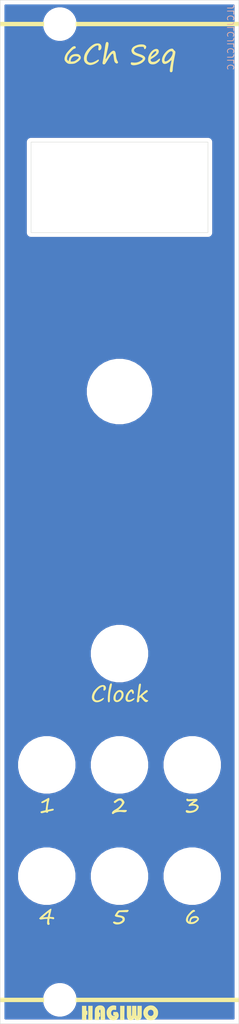
<source format=kicad_pcb>
(kicad_pcb (version 20171130) (host pcbnew "(5.1.9)-1")

  (general
    (thickness 1.6)
    (drawings 9)
    (tracks 0)
    (zones 0)
    (modules 11)
    (nets 1)
  )

  (page A4)
  (layers
    (0 F.Cu signal)
    (31 B.Cu signal)
    (32 B.Adhes user)
    (33 F.Adhes user)
    (34 B.Paste user)
    (35 F.Paste user)
    (36 B.SilkS user)
    (37 F.SilkS user)
    (38 B.Mask user)
    (39 F.Mask user)
    (40 Dwgs.User user hide)
    (41 Cmts.User user)
    (42 Eco1.User user)
    (43 Eco2.User user)
    (44 Edge.Cuts user)
    (45 Margin user)
    (46 B.CrtYd user)
    (47 F.CrtYd user)
    (48 B.Fab user)
    (49 F.Fab user)
  )

  (setup
    (last_trace_width 0.25)
    (trace_clearance 0.2)
    (zone_clearance 0.508)
    (zone_45_only no)
    (trace_min 0.2)
    (via_size 0.8)
    (via_drill 0.4)
    (via_min_size 0.4)
    (via_min_drill 0.3)
    (uvia_size 0.3)
    (uvia_drill 0.1)
    (uvias_allowed no)
    (uvia_min_size 0.2)
    (uvia_min_drill 0.1)
    (edge_width 0.05)
    (segment_width 0.2)
    (pcb_text_width 0.3)
    (pcb_text_size 1.5 1.5)
    (mod_edge_width 0.12)
    (mod_text_size 1 1)
    (mod_text_width 0.15)
    (pad_size 1.524 1.524)
    (pad_drill 0.762)
    (pad_to_mask_clearance 0)
    (aux_axis_origin 0 0)
    (visible_elements 7EFFFFFF)
    (pcbplotparams
      (layerselection 0x010f0_ffffffff)
      (usegerberextensions false)
      (usegerberattributes false)
      (usegerberadvancedattributes true)
      (creategerberjobfile false)
      (excludeedgelayer true)
      (linewidth 0.100000)
      (plotframeref false)
      (viasonmask false)
      (mode 1)
      (useauxorigin false)
      (hpglpennumber 1)
      (hpglpenspeed 20)
      (hpglpendiameter 15.000000)
      (psnegative false)
      (psa4output false)
      (plotreference true)
      (plotvalue true)
      (plotinvisibletext false)
      (padsonsilk false)
      (subtractmaskfromsilk false)
      (outputformat 1)
      (mirror false)
      (drillshape 0)
      (scaleselection 1)
      (outputdirectory "Gerber/"))
  )

  (net 0 "")

  (net_class Default "This is the default net class."
    (clearance 0.2)
    (trace_width 0.25)
    (via_dia 0.8)
    (via_drill 0.4)
    (uvia_dia 0.3)
    (uvia_drill 0.1)
  )

  (module Bohrungen:Bohrung_6.2mm locked (layer F.Cu) (tedit 60E3EDE5) (tstamp 615C98E7)
    (at 15 109.97)
    (fp_text reference "" (at 0 0) (layer F.SilkS)
      (effects (font (size 1.27 1.27) (thickness 0.15)))
    )
    (fp_text value "" (at 0 0) (layer F.SilkS)
      (effects (font (size 1.27 1.27) (thickness 0.15)))
    )
    (pad "" np_thru_hole circle (at 0 0) (size 6.2 6.2) (drill 6.2) (layers *.Cu *.Mask))
  )

  (module Bohrungen:Bohrung_6.2mm locked (layer F.Cu) (tedit 60E3EDE5) (tstamp 615C98DF)
    (at 5.856 109.97)
    (fp_text reference "" (at 0 0) (layer F.SilkS)
      (effects (font (size 1.27 1.27) (thickness 0.15)))
    )
    (fp_text value "" (at 0 0) (layer F.SilkS)
      (effects (font (size 1.27 1.27) (thickness 0.15)))
    )
    (pad "" np_thru_hole circle (at 0 0) (size 6.2 6.2) (drill 6.2) (layers *.Cu *.Mask))
  )

  (module Bohrungen:Bohrung_6.2mm locked (layer F.Cu) (tedit 60E3EDE5) (tstamp 615C98D7)
    (at 24.144 96)
    (fp_text reference "" (at 0 0) (layer F.SilkS)
      (effects (font (size 1.27 1.27) (thickness 0.15)))
    )
    (fp_text value "" (at 0 0) (layer F.SilkS)
      (effects (font (size 1.27 1.27) (thickness 0.15)))
    )
    (pad "" np_thru_hole circle (at 0 0) (size 6.2 6.2) (drill 6.2) (layers *.Cu *.Mask))
  )

  (module Bohrungen:Bohrung_6.2mm locked (layer F.Cu) (tedit 60E3EDE5) (tstamp 615C98CF)
    (at 15 96)
    (fp_text reference "" (at 0 0) (layer F.SilkS)
      (effects (font (size 1.27 1.27) (thickness 0.15)))
    )
    (fp_text value "" (at 0 0) (layer F.SilkS)
      (effects (font (size 1.27 1.27) (thickness 0.15)))
    )
    (pad "" np_thru_hole circle (at 0 0) (size 6.2 6.2) (drill 6.2) (layers *.Cu *.Mask))
  )

  (module Front:Front locked (layer F.Cu) (tedit 0) (tstamp 615C95C2)
    (at 15 64.25)
    (fp_text reference G*** (at 0 0) (layer Dwgs.User) hide
      (effects (font (size 1.524 1.524) (thickness 0.3)))
    )
    (fp_text value LOGO (at 0.75 0) (layer Dwgs.User) hide
      (effects (font (size 1.524 1.524) (thickness 0.3)))
    )
    (fp_poly (pts (xy -0.529167 61.977483) (xy -0.423334 62.006875) (xy -0.423334 62.275561) (xy -0.4238 62.399728)
      (xy -0.426863 62.477095) (xy -0.435014 62.517307) (xy -0.450748 62.530008) (xy -0.476557 62.524842)
      (xy -0.486834 62.521179) (xy -0.552069 62.50765) (xy -0.646035 62.49935) (xy -0.696661 62.498111)
      (xy -0.794275 62.503835) (xy -0.861909 62.527112) (xy -0.925399 62.577095) (xy -0.928842 62.580377)
      (xy -1.017664 62.700354) (xy -1.060328 62.837558) (xy -1.056095 62.978865) (xy -1.004225 63.11115)
      (xy -0.961969 63.167833) (xy -0.899036 63.224292) (xy -0.82468 63.254515) (xy -0.739158 63.267327)
      (xy -0.652036 63.272871) (xy -0.607654 63.265962) (xy -0.593138 63.243801) (xy -0.592667 63.235479)
      (xy -0.609768 63.202661) (xy -0.668099 63.190101) (xy -0.692681 63.189555) (xy -0.792696 63.189555)
      (xy -0.776112 62.780333) (xy -0.527544 62.772155) (xy -0.406537 62.769364) (xy -0.328274 62.772348)
      (xy -0.279146 62.783641) (xy -0.245545 62.805776) (xy -0.224379 62.828599) (xy -0.166312 62.926563)
      (xy -0.122073 63.054915) (xy -0.098454 63.188036) (xy -0.100987 63.293875) (xy -0.141224 63.435061)
      (xy -0.212462 63.552504) (xy -0.28687 63.632625) (xy -0.422742 63.733968) (xy -0.578652 63.791745)
      (xy -0.766797 63.810438) (xy -0.770697 63.810444) (xy -0.89258 63.803827) (xy -0.997047 63.779035)
      (xy -1.114126 63.728655) (xy -1.126175 63.722678) (xy -1.311243 63.600676) (xy -1.454538 63.441889)
      (xy -1.55443 63.249208) (xy -1.609294 63.025526) (xy -1.619985 62.845317) (xy -1.614789 62.717256)
      (xy -1.597943 62.618133) (xy -1.563148 62.520696) (xy -1.5272 62.443888) (xy -1.408641 62.261269)
      (xy -1.255786 62.116798) (xy -1.076892 62.014334) (xy -0.880213 61.957734) (xy -0.674006 61.950857)
      (xy -0.529167 61.977483)) (layer F.SilkS) (width 0.01))
    (fp_poly (pts (xy 1.467555 62.641291) (xy 1.467825 62.846973) (xy 1.468985 63.002889) (xy 1.47156 63.115716)
      (xy 1.476076 63.192132) (xy 1.483059 63.238813) (xy 1.493033 63.262438) (xy 1.506525 63.269682)
      (xy 1.516944 63.268865) (xy 1.533102 63.261574) (xy 1.545504 63.242104) (xy 1.554767 63.203537)
      (xy 1.561512 63.138958) (xy 1.566356 63.041448) (xy 1.569918 62.904092) (xy 1.572817 62.719971)
      (xy 1.573928 62.631796) (xy 1.581524 62.004222) (xy 2.115586 62.004222) (xy 2.123182 62.632166)
      (xy 2.125841 62.83581) (xy 2.128705 62.989907) (xy 2.132479 63.10135) (xy 2.137864 63.177036)
      (xy 2.145564 63.22386) (xy 2.156282 63.248714) (xy 2.170721 63.258496) (xy 2.187222 63.260111)
      (xy 2.205553 63.257932) (xy 2.219539 63.2468) (xy 2.229883 63.21982) (xy 2.237288 63.170096)
      (xy 2.242456 63.090735) (xy 2.246092 62.974841) (xy 2.248899 62.815519) (xy 2.251262 62.632166)
      (xy 2.258857 62.004222) (xy 2.794 62.004222) (xy 2.79338 62.702722) (xy 2.792791 62.923825)
      (xy 2.791127 63.096185) (xy 2.787885 63.227499) (xy 2.782561 63.325465) (xy 2.774649 63.397782)
      (xy 2.763645 63.452147) (xy 2.749046 63.496257) (xy 2.740007 63.517387) (xy 2.649627 63.652511)
      (xy 2.523353 63.749393) (xy 2.371846 63.800341) (xy 2.342785 63.804034) (xy 2.20657 63.808141)
      (xy 2.101429 63.785464) (xy 2.005698 63.72933) (xy 1.950951 63.683355) (xy 1.843104 63.585922)
      (xy 1.775274 63.658531) (xy 1.665358 63.749841) (xy 1.539439 63.798105) (xy 1.402575 63.810444)
      (xy 1.275693 63.799032) (xy 1.176466 63.760543) (xy 1.154229 63.746716) (xy 1.082088 63.681159)
      (xy 1.014548 63.592007) (xy 0.994833 63.557292) (xy 0.975287 63.516224) (xy 0.960223 63.474912)
      (xy 0.949057 63.425663) (xy 0.941208 63.360788) (xy 0.936094 63.272594) (xy 0.933134 63.153393)
      (xy 0.931745 62.995493) (xy 0.931346 62.791203) (xy 0.931333 62.717908) (xy 0.931333 62.004222)
      (xy 1.467555 62.004222) (xy 1.467555 62.641291)) (layer F.SilkS) (width 0.01))
    (fp_poly (pts (xy 4.153256 61.973135) (xy 4.223259 61.991927) (xy 4.318267 62.027534) (xy 4.401731 62.075878)
      (xy 4.49045 62.148294) (xy 4.573663 62.228336) (xy 4.70758 62.380949) (xy 4.794484 62.530453)
      (xy 4.840506 62.69275) (xy 4.851779 62.883743) (xy 4.849578 62.943865) (xy 4.814802 63.164387)
      (xy 4.733141 63.356672) (xy 4.6012 63.528465) (xy 4.586853 63.543076) (xy 4.431188 63.671979)
      (xy 4.263419 63.754123) (xy 4.069812 63.795229) (xy 3.965222 63.80202) (xy 3.84831 63.802203)
      (xy 3.745419 63.796967) (xy 3.67604 63.787404) (xy 3.668888 63.785398) (xy 3.468551 63.692915)
      (xy 3.290989 63.557264) (xy 3.14702 63.388627) (xy 3.04935 63.202239) (xy 3.003569 63.010618)
      (xy 2.999607 62.83559) (xy 3.559593 62.83559) (xy 3.564652 62.974296) (xy 3.612993 63.09656)
      (xy 3.699302 63.193284) (xy 3.818265 63.255365) (xy 3.94447 63.274116) (xy 4.033964 63.264956)
      (xy 4.107605 63.229524) (xy 4.16754 63.180094) (xy 4.230325 63.114838) (xy 4.263914 63.051181)
      (xy 4.280059 62.963765) (xy 4.283126 62.93071) (xy 4.276701 62.771717) (xy 4.226865 62.64684)
      (xy 4.131897 62.552147) (xy 4.112018 62.539301) (xy 3.984379 62.491272) (xy 3.853991 62.493226)
      (xy 3.734005 62.54128) (xy 3.637573 62.631552) (xy 3.60313 62.689544) (xy 3.559593 62.83559)
      (xy 2.999607 62.83559) (xy 2.998873 62.803192) (xy 3.03463 62.602176) (xy 3.069129 62.507264)
      (xy 3.182049 62.318717) (xy 3.333618 62.164826) (xy 3.51518 62.049457) (xy 3.718078 61.976475)
      (xy 3.933655 61.949746) (xy 4.153256 61.973135)) (layer F.SilkS) (width 0.01))
    (fp_poly (pts (xy -4.176889 62.625111) (xy -4.106334 62.625111) (xy -4.072934 62.627133) (xy -4.052196 62.640442)
      (xy -4.041103 62.675898) (xy -4.036637 62.744365) (xy -4.035782 62.856703) (xy -4.035778 62.879111)
      (xy -4.03634 62.99935) (xy -4.040037 63.074006) (xy -4.049886 63.113942) (xy -4.068904 63.130019)
      (xy -4.100109 63.133098) (xy -4.106334 63.133111) (xy -4.176889 63.133111) (xy -4.176889 63.782222)
      (xy -4.713112 63.782222) (xy -4.713112 62.004222) (xy -4.176889 62.004222) (xy -4.176889 62.625111)) (layer F.SilkS) (width 0.01))
    (fp_poly (pts (xy -3.393321 62.886166) (xy -3.400778 63.768111) (xy -3.661834 63.776225) (xy -3.922889 63.78434)
      (xy -3.922889 62.004222) (xy -3.385863 62.004222) (xy -3.393321 62.886166)) (layer F.SilkS) (width 0.01))
    (fp_poly (pts (xy -2.240165 61.967367) (xy -2.082183 62.025929) (xy -1.962052 62.124764) (xy -1.877822 62.265017)
      (xy -1.87175 62.280191) (xy -1.855159 62.329576) (xy -1.842499 62.386017) (xy -1.833262 62.45755)
      (xy -1.826937 62.552208) (xy -1.823015 62.678026) (xy -1.820987 62.843038) (xy -1.820343 63.055279)
      (xy -1.820334 63.090777) (xy -1.820334 63.768111) (xy -2.356556 63.768111) (xy -2.370667 63.133468)
      (xy -2.375558 62.927618) (xy -2.380334 62.771312) (xy -2.38569 62.657653) (xy -2.392319 62.579747)
      (xy -2.400916 62.530698) (xy -2.412175 62.50361) (xy -2.42679 62.491588) (xy -2.435523 62.489082)
      (xy -2.504409 62.496289) (xy -2.547829 62.550702) (xy -2.567006 62.654259) (xy -2.568223 62.699122)
      (xy -2.566292 62.786779) (xy -2.556175 62.831976) (xy -2.531381 62.848672) (xy -2.497667 62.850888)
      (xy -2.464267 62.852911) (xy -2.44353 62.86622) (xy -2.432436 62.901676) (xy -2.42797 62.970143)
      (xy -2.427115 63.082481) (xy -2.427112 63.104888) (xy -2.427673 63.225127) (xy -2.43137 63.299784)
      (xy -2.441219 63.33972) (xy -2.460238 63.355796) (xy -2.491443 63.358876) (xy -2.497667 63.358888)
      (xy -2.533555 63.361526) (xy -2.554591 63.377366) (xy -2.56474 63.418298) (xy -2.567963 63.496211)
      (xy -2.568223 63.570555) (xy -2.568223 63.782222) (xy -3.104445 63.782222) (xy -3.104445 63.129329)
      (xy -3.103562 62.889364) (xy -3.099989 62.698261) (xy -3.092341 62.548457) (xy -3.079233 62.432385)
      (xy -3.059278 62.342478) (xy -3.031092 62.271172) (xy -2.993289 62.210901) (xy -2.944484 62.154098)
      (xy -2.92157 62.130653) (xy -2.783328 62.025421) (xy -2.620966 61.965609) (xy -2.437948 61.947935)
      (xy -2.240165 61.967367)) (layer F.SilkS) (width 0.01))
    (fp_poly (pts (xy 0.614235 62.886166) (xy 0.606777 63.768111) (xy 0.345722 63.776225) (xy 0.084666 63.78434)
      (xy 0.084666 62.004222) (xy 0.621693 62.004222) (xy 0.614235 62.886166)) (layer F.SilkS) (width 0.01))
    (fp_poly (pts (xy -9.482667 61.524444) (xy -14.986 61.524444) (xy -14.986 60.988222) (xy -9.482667 60.988222)
      (xy -9.482667 61.524444)) (layer F.SilkS) (width 0.01))
    (fp_poly (pts (xy 15.014222 61.524444) (xy -5.503334 61.524444) (xy -5.503334 60.988222) (xy 15.014222 60.988222)
      (xy 15.014222 61.524444)) (layer F.SilkS) (width 0.01))
    (fp_poly (pts (xy -8.568691 49.835546) (xy -8.565868 49.83976) (xy -8.566161 49.875422) (xy -8.578096 49.95584)
      (xy -8.599837 50.070958) (xy -8.629549 50.210721) (xy -8.649538 50.298371) (xy -8.684864 50.449824)
      (xy -8.716106 50.584169) (xy -8.740788 50.690733) (xy -8.756436 50.758842) (xy -8.760282 50.775983)
      (xy -8.747459 50.81304) (xy -8.688196 50.838272) (xy -8.579327 50.852463) (xy -8.43591 50.856444)
      (xy -8.321027 50.865443) (xy -8.251531 50.896744) (xy -8.21863 50.956804) (xy -8.212667 51.020466)
      (xy -8.228888 51.088608) (xy -8.280256 51.119908) (xy -8.370826 51.115742) (xy -8.441471 51.098049)
      (xy -8.549084 51.072194) (xy -8.654638 51.056349) (xy -8.69703 51.054) (xy -8.770075 51.059768)
      (xy -8.80708 51.085107) (xy -8.82522 51.131611) (xy -8.838854 51.214036) (xy -8.844863 51.319435)
      (xy -8.843747 51.430652) (xy -8.836009 51.530535) (xy -8.82215 51.601928) (xy -8.810803 51.624263)
      (xy -8.779043 51.689958) (xy -8.798293 51.76183) (xy -8.828723 51.797514) (xy -8.908943 51.839041)
      (xy -8.992552 51.833059) (xy -9.042098 51.800981) (xy -9.086935 51.723541) (xy -9.106138 51.604328)
      (xy -9.100101 51.439645) (xy -9.089756 51.353308) (xy -9.075316 51.24633) (xy -9.064586 51.160824)
      (xy -9.059503 51.112375) (xy -9.059334 51.108402) (xy -9.085513 51.091949) (xy -9.157347 51.084288)
      (xy -9.26478 51.08513) (xy -9.397759 51.094187) (xy -9.546229 51.111173) (xy -9.637889 51.12494)
      (xy -9.77264 51.146894) (xy -9.863724 51.159514) (xy -9.923255 51.162115) (xy -9.963345 51.154009)
      (xy -9.996107 51.13451) (xy -10.033654 51.10293) (xy -10.034195 51.102464) (xy -10.109093 51.03804)
      (xy -9.972722 50.886363) (xy -9.971048 50.884666) (xy -9.633938 50.884666) (xy -9.438358 50.88304)
      (xy -9.318509 50.879181) (xy -9.203485 50.870782) (xy -9.129889 50.861456) (xy -9.017 50.841499)
      (xy -8.953895 50.587916) (xy -8.926665 50.470762) (xy -8.906922 50.370718) (xy -8.897506 50.302954)
      (xy -8.89745 50.286619) (xy -8.91313 50.276184) (xy -8.955681 50.29802) (xy -9.029117 50.354874)
      (xy -9.137452 50.449498) (xy -9.144613 50.455952) (xy -9.256046 50.55593) (xy -9.366392 50.653927)
      (xy -9.460638 50.736661) (xy -9.509526 50.778833) (xy -9.633938 50.884666) (xy -9.971048 50.884666)
      (xy -9.8956 50.808216) (xy -9.781124 50.702451) (xy -9.636918 50.57555) (xy -9.470608 50.433995)
      (xy -9.289817 50.284268) (xy -9.102172 50.132852) (xy -8.915298 49.986228) (xy -8.90009 49.9745)
      (xy -8.770624 49.881299) (xy -8.674996 49.828187) (xy -8.609065 49.813492) (xy -8.568691 49.835546)) (layer F.SilkS) (width 0.01))
    (fp_poly (pts (xy 1.028157 49.960712) (xy 1.082374 49.967218) (xy 1.112787 49.979978) (xy 1.114608 49.981414)
      (xy 1.149699 50.02163) (xy 1.147681 50.063793) (xy 1.105371 50.121096) (xy 1.07272 50.154954)
      (xy 0.988329 50.239345) (xy 0.599998 50.235378) (xy 0.398321 50.233089) (xy 0.245061 50.231931)
      (xy 0.132194 50.233461) (xy 0.051693 50.23924) (xy -0.004466 50.250825) (xy -0.044308 50.269776)
      (xy -0.07586 50.297652) (xy -0.107146 50.336011) (xy -0.140455 50.3792) (xy -0.199242 50.458933)
      (xy -0.240272 50.524826) (xy -0.254 50.559713) (xy -0.225966 50.584678) (xy -0.142508 50.61176)
      (xy -0.004596 50.64065) (xy 0.007055 50.642729) (xy 0.219722 50.686412) (xy 0.382486 50.735505)
      (xy 0.501876 50.794249) (xy 0.584422 50.866885) (xy 0.636653 50.957653) (xy 0.664987 51.070045)
      (xy 0.661817 51.226097) (xy 0.603639 51.369919) (xy 0.490416 51.50156) (xy 0.32211 51.621069)
      (xy 0.200173 51.68441) (xy 0.034467 51.742987) (xy -0.149048 51.776882) (xy -0.331172 51.784482)
      (xy -0.492703 51.764172) (xy -0.548702 51.747335) (xy -0.681167 51.685811) (xy -0.769969 51.617821)
      (xy -0.811392 51.547779) (xy -0.801719 51.480096) (xy -0.789098 51.461866) (xy -0.726154 51.427162)
      (xy -0.633491 51.426784) (xy -0.525856 51.460296) (xy -0.505281 51.470277) (xy -0.391353 51.50614)
      (xy -0.231212 51.519117) (xy -0.211667 51.519188) (xy -0.089772 51.514343) (xy 0.003257 51.496139)
      (xy 0.094588 51.458014) (xy 0.138907 51.434521) (xy 0.272196 51.349185) (xy 0.353178 51.266638)
      (xy 0.385455 51.181924) (xy 0.377699 51.105929) (xy 0.342115 51.031895) (xy 0.278322 50.974059)
      (xy 0.17913 50.92907) (xy 0.037349 50.893578) (xy -0.135952 50.866552) (xy -0.318894 50.836903)
      (xy -0.450608 50.800842) (xy -0.536149 50.75626) (xy -0.58057 50.701051) (xy -0.587438 50.678327)
      (xy -0.575904 50.634561) (xy -0.537175 50.55806) (xy -0.478946 50.460456) (xy -0.40891 50.353383)
      (xy -0.33476 50.248477) (xy -0.264192 50.157372) (xy -0.2049 50.091701) (xy -0.191419 50.0795)
      (xy -0.127008 50.036223) (xy -0.052939 50.015267) (xy 0.051554 50.009979) (xy 0.137881 50.007905)
      (xy 0.265428 50.00207) (xy 0.419152 49.993286) (xy 0.584015 49.982362) (xy 0.641885 49.97816)
      (xy 0.815992 49.966238) (xy 0.942056 49.960404) (xy 1.028157 49.960712)) (layer F.SilkS) (width 0.01))
    (fp_poly (pts (xy 9.427973 49.978617) (xy 9.468545 50.019912) (xy 9.496709 50.094154) (xy 9.481303 50.151281)
      (xy 9.426793 50.178408) (xy 9.413338 50.179111) (xy 9.329838 50.202871) (xy 9.220253 50.27259)
      (xy 9.087702 50.385919) (xy 8.94026 50.535162) (xy 8.805212 50.691757) (xy 8.711114 50.829742)
      (xy 8.651514 50.961146) (xy 8.61996 51.098001) (xy 8.615029 51.141571) (xy 8.608944 51.236166)
      (xy 8.616142 51.295408) (xy 8.642394 51.339884) (xy 8.68166 51.37929) (xy 8.763 51.454796)
      (xy 8.766962 51.423256) (xy 8.963545 51.423256) (xy 8.971013 51.471153) (xy 8.983293 51.484223)
      (xy 9.036179 51.49541) (xy 9.123365 51.491903) (xy 9.225464 51.476436) (xy 9.323089 51.451743)
      (xy 9.383888 51.427722) (xy 9.520194 51.348962) (xy 9.637011 51.263424) (xy 9.721449 51.181271)
      (xy 9.751017 51.138203) (xy 9.776727 51.080363) (xy 9.767752 51.047486) (xy 9.716341 51.015757)
      (xy 9.710122 51.012534) (xy 9.627111 50.986381) (xy 9.511627 50.971469) (xy 9.44879 50.969438)
      (xy 9.278579 50.987104) (xy 9.148848 51.042285) (xy 9.054945 51.138595) (xy 8.992219 51.27965)
      (xy 8.977816 51.335527) (xy 8.963545 51.423256) (xy 8.766962 51.423256) (xy 8.780978 51.311706)
      (xy 8.807733 51.197407) (xy 8.85377 51.079074) (xy 8.874261 51.04012) (xy 8.969796 50.912802)
      (xy 9.08984 50.82264) (xy 9.244552 50.763654) (xy 9.390958 50.736077) (xy 9.507854 50.722593)
      (xy 9.589196 50.720585) (xy 9.655015 50.731738) (xy 9.725346 50.757734) (xy 9.743624 50.765705)
      (xy 9.867096 50.844754) (xy 9.951626 50.950665) (xy 9.98933 51.072792) (xy 9.990561 51.099154)
      (xy 9.964719 51.203123) (xy 9.891536 51.31622) (xy 9.77788 51.43184) (xy 9.630615 51.543378)
      (xy 9.456611 51.644229) (xy 9.39154 51.675382) (xy 9.280955 51.70806) (xy 9.137422 51.72667)
      (xy 8.981502 51.730888) (xy 8.833753 51.720393) (xy 8.714735 51.694862) (xy 8.692444 51.686338)
      (xy 8.565168 51.609428) (xy 8.453675 51.503019) (xy 8.393591 51.415234) (xy 8.356615 51.288951)
      (xy 8.357438 51.135112) (xy 8.393675 50.965798) (xy 8.46294 50.793089) (xy 8.543516 50.656233)
      (xy 8.620251 50.555055) (xy 8.721837 50.435207) (xy 8.836147 50.309639) (xy 8.951053 50.191303)
      (xy 9.054427 50.093147) (xy 9.127067 50.033135) (xy 9.240417 49.971261) (xy 9.343815 49.952969)
      (xy 9.427973 49.978617)) (layer F.SilkS) (width 0.01))
    (fp_poly (pts (xy 0.182583 35.957911) (xy 0.249664 35.972595) (xy 0.309426 36.008587) (xy 0.384009 36.073787)
      (xy 0.48209 36.178603) (xy 0.560079 36.289564) (xy 0.608891 36.392068) (xy 0.620888 36.454526)
      (xy 0.600843 36.534628) (xy 0.545415 36.643023) (xy 0.461665 36.770796) (xy 0.356654 36.909032)
      (xy 0.237442 37.048814) (xy 0.111091 37.181227) (xy -0.015338 37.297356) (xy -0.098778 37.363221)
      (xy -0.183445 37.424793) (xy 0.349684 37.416674) (xy 0.538024 37.414301) (xy 0.677689 37.414091)
      (xy 0.776427 37.416574) (xy 0.841984 37.422277) (xy 0.882107 37.431731) (xy 0.904542 37.445465)
      (xy 0.912186 37.455094) (xy 0.92213 37.517183) (xy 0.887536 37.58324) (xy 0.81801 37.641274)
      (xy 0.734948 37.676351) (xy 0.612682 37.692324) (xy 0.459382 37.679847) (xy 0.445595 37.677672)
      (xy 0.187701 37.649523) (xy -0.058114 37.648907) (xy -0.28292 37.674525) (xy -0.477786 37.72508)
      (xy -0.633781 37.799274) (xy -0.692364 37.84302) (xy -0.775633 37.906691) (xy -0.837815 37.927321)
      (xy -0.891296 37.907316) (xy -0.915207 37.886317) (xy -0.949139 37.844279) (xy -0.95605 37.800123)
      (xy -0.936553 37.733844) (xy -0.92106 37.695609) (xy -0.875705 37.616888) (xy -0.802895 37.540004)
      (xy -0.695112 37.458788) (xy -0.544838 37.367075) (xy -0.469449 37.325142) (xy -0.293215 37.215787)
      (xy -0.126964 37.087894) (xy 0.022275 36.949195) (xy 0.147474 36.807424) (xy 0.241604 36.670312)
      (xy 0.297636 36.545591) (xy 0.310444 36.467159) (xy 0.285397 36.383405) (xy 0.220942 36.303203)
      (xy 0.133106 36.240728) (xy 0.037916 36.210152) (xy 0.018654 36.209111) (xy -0.069842 36.228239)
      (xy -0.182286 36.280062) (xy -0.303873 36.356236) (xy -0.419797 36.448417) (xy -0.441253 36.468282)
      (xy -0.529287 36.531302) (xy -0.595769 36.54311) (xy -0.655991 36.511878) (xy -0.702259 36.451347)
      (xy -0.719352 36.384612) (xy -0.714961 36.362246) (xy -0.684663 36.328119) (xy -0.618133 36.273575)
      (xy -0.527632 36.207083) (xy -0.425422 36.137111) (xy -0.323764 36.072129) (xy -0.234918 36.020605)
      (xy -0.185262 35.996384) (xy -0.101033 35.973385) (xy 0.009835 35.958402) (xy 0.08439 35.955111)
      (xy 0.182583 35.957911)) (layer F.SilkS) (width 0.01))
    (fp_poly (pts (xy -8.850674 35.922498) (xy -8.821699 35.988288) (xy -8.821529 36.087482) (xy -8.844942 36.190267)
      (xy -8.900301 36.393574) (xy -8.950619 36.628796) (xy -8.991329 36.871406) (xy -9.017862 37.096874)
      (xy -9.02087 37.135) (xy -9.039669 37.397667) (xy -8.957779 37.378998) (xy -8.883033 37.361667)
      (xy -8.781852 37.337857) (xy -8.720667 37.32333) (xy -8.553204 37.28594) (xy -8.432837 37.265482)
      (xy -8.353001 37.261375) (xy -8.307135 37.273037) (xy -8.294274 37.28554) (xy -8.268235 37.366636)
      (xy -8.292079 37.435986) (xy -8.346723 37.474759) (xy -8.401098 37.490302) (xy -8.494471 37.511581)
      (xy -8.610126 37.535369) (xy -8.731347 37.558439) (xy -8.841421 37.577563) (xy -8.923631 37.589515)
      (xy -8.9535 37.591909) (xy -8.969678 37.616083) (xy -8.974667 37.659536) (xy -8.998075 37.719914)
      (xy -9.056453 37.755784) (xy -9.132035 37.76276) (xy -9.207055 37.736451) (xy -9.226445 37.721725)
      (xy -9.255698 37.70399) (xy -9.297208 37.700347) (xy -9.363783 37.712079) (xy -9.468229 37.740472)
      (xy -9.496778 37.74885) (xy -9.640052 37.788792) (xy -9.741072 37.809776) (xy -9.810507 37.812468)
      (xy -9.859026 37.797536) (xy -9.889874 37.773428) (xy -9.928838 37.706576) (xy -9.925156 37.640116)
      (xy -9.884834 37.596403) (xy -9.836957 37.579299) (xy -9.748608 37.554401) (xy -9.634512 37.525706)
      (xy -9.561709 37.508753) (xy -9.287973 37.446907) (xy -9.273023 37.328953) (xy -9.253614 37.179456)
      (xy -9.231714 37.016709) (xy -9.208772 36.850819) (xy -9.186236 36.691893) (xy -9.165557 36.550036)
      (xy -9.148183 36.435354) (xy -9.135563 36.357955) (xy -9.129665 36.329055) (xy -9.130595 36.299507)
      (xy -9.166089 36.300299) (xy -9.239512 36.332544) (xy -9.354231 36.397349) (xy -9.375603 36.410185)
      (xy -9.513898 36.483725) (xy -9.636217 36.529689) (xy -9.734788 36.546559) (xy -9.801842 36.532816)
      (xy -9.827625 36.498546) (xy -9.831185 36.439337) (xy -9.802903 36.387424) (xy -9.735604 36.335331)
      (xy -9.622111 36.275577) (xy -9.60676 36.268337) (xy -9.493705 36.211799) (xy -9.357539 36.138416)
      (xy -9.222835 36.061549) (xy -9.186446 36.039845) (xy -9.080798 35.978785) (xy -8.98947 35.931018)
      (xy -8.92553 35.903136) (xy -8.906643 35.898666) (xy -8.850674 35.922498)) (layer F.SilkS) (width 0.01))
    (fp_poly (pts (xy 8.555915 36.013624) (xy 8.58124 36.026613) (xy 8.619815 36.044469) (xy 8.661252 36.056503)
      (xy 8.714864 36.062945) (xy 8.789963 36.064028) (xy 8.895862 36.059983) (xy 9.041875 36.05104)
      (xy 9.180053 36.041488) (xy 9.36212 36.029119) (xy 9.496737 36.021577) (xy 9.592706 36.019022)
      (xy 9.658828 36.021612) (xy 9.703904 36.029507) (xy 9.736736 36.042865) (xy 9.751553 36.051801)
      (xy 9.805736 36.102455) (xy 9.816757 36.158305) (xy 9.782422 36.222677) (xy 9.700538 36.298894)
      (xy 9.568911 36.390282) (xy 9.50008 36.432893) (xy 9.363102 36.517223) (xy 9.273524 36.577901)
      (xy 9.229453 36.61877) (xy 9.228994 36.643675) (xy 9.270252 36.656457) (xy 9.351333 36.660959)
      (xy 9.387488 36.661286) (xy 9.562118 36.67906) (xy 9.714663 36.727761) (xy 9.837203 36.802214)
      (xy 9.921816 36.897242) (xy 9.960579 37.00767) (xy 9.962179 37.036776) (xy 9.943074 37.129145)
      (xy 9.893007 37.242155) (xy 9.822174 37.357822) (xy 9.740771 37.458162) (xy 9.703048 37.493828)
      (xy 9.537355 37.603566) (xy 9.33386 37.690889) (xy 9.107903 37.752403) (xy 8.874824 37.784712)
      (xy 8.649964 37.784422) (xy 8.496267 37.760847) (xy 8.394525 37.715762) (xy 8.339761 37.64045)
      (xy 8.331367 37.552512) (xy 8.349061 37.479803) (xy 8.389001 37.441202) (xy 8.458979 37.434825)
      (xy 8.566786 37.458786) (xy 8.632077 37.479766) (xy 8.737012 37.513459) (xy 8.817148 37.530653)
      (xy 8.895647 37.533243) (xy 8.995672 37.523127) (xy 9.056646 37.514532) (xy 9.245984 37.47658)
      (xy 9.394739 37.420607) (xy 9.517684 37.339623) (xy 9.604536 37.255295) (xy 9.682104 37.147584)
      (xy 9.705673 37.055987) (xy 9.675226 36.980591) (xy 9.659055 36.964179) (xy 9.566205 36.911719)
      (xy 9.434717 36.876826) (xy 9.280021 36.860853) (xy 9.117543 36.865151) (xy 8.962714 36.891073)
      (xy 8.929763 36.90025) (xy 8.814985 36.931669) (xy 8.743316 36.94073) (xy 8.705638 36.926482)
      (xy 8.69283 36.887972) (xy 8.692444 36.875459) (xy 8.711015 36.801968) (xy 8.741833 36.752458)
      (xy 8.784539 36.711868) (xy 8.860379 36.646496) (xy 8.957659 36.565863) (xy 9.064685 36.479489)
      (xy 9.169763 36.396892) (xy 9.261201 36.327592) (xy 9.285111 36.310182) (xy 9.355666 36.259502)
      (xy 9.242777 36.275348) (xy 9.165284 36.284132) (xy 9.050262 36.294658) (xy 8.916524 36.305272)
      (xy 8.8417 36.310556) (xy 8.703185 36.318221) (xy 8.608244 36.318527) (xy 8.544375 36.310588)
      (xy 8.49908 36.29352) (xy 8.485485 36.285346) (xy 8.422107 36.215921) (xy 8.401822 36.129932)
      (xy 8.428312 36.046287) (xy 8.436723 36.034895) (xy 8.470516 35.998529) (xy 8.502924 35.991859)
      (xy 8.555915 36.013624)) (layer F.SilkS) (width 0.01))
    (fp_poly (pts (xy -1.915094 21.755467) (xy -1.852192 21.789631) (xy -1.766105 21.886207) (xy -1.717431 22.001924)
      (xy -1.705067 22.124344) (xy -1.727911 22.241025) (xy -1.78486 22.339528) (xy -1.87481 22.407412)
      (xy -1.908072 22.419949) (xy -1.976647 22.421568) (xy -2.015091 22.375743) (xy -2.023469 22.282327)
      (xy -2.011467 22.188472) (xy -1.997356 22.07426) (xy -2.001854 21.995167) (xy -2.007967 21.978055)
      (xy -2.058324 21.937542) (xy -2.141295 21.933593) (xy -2.24923 21.963211) (xy -2.374481 22.023401)
      (xy -2.509399 22.111167) (xy -2.646335 22.223515) (xy -2.65493 22.231418) (xy -2.81953 22.405836)
      (xy -2.960969 22.599134) (xy -3.073321 22.800224) (xy -3.15066 22.998019) (xy -3.18706 23.181435)
      (xy -3.189112 23.230737) (xy -3.168671 23.395305) (xy -3.109894 23.521391) (xy -3.016598 23.608053)
      (xy -2.892598 23.654349) (xy -2.741714 23.659334) (xy -2.56776 23.622066) (xy -2.374554 23.541602)
      (xy -2.239828 23.465299) (xy -2.127675 23.397125) (xy -2.053182 23.357724) (xy -2.00728 23.344209)
      (xy -1.980899 23.353696) (xy -1.966764 23.378426) (xy -1.971274 23.439008) (xy -2.016359 23.516496)
      (xy -2.093634 23.599713) (xy -2.187904 23.673031) (xy -2.381478 23.780012) (xy -2.582037 23.852651)
      (xy -2.777583 23.888261) (xy -2.956121 23.884153) (xy -3.041741 23.864311) (xy -3.212015 23.78348)
      (xy -3.340427 23.66765) (xy -3.426239 23.520488) (xy -3.468709 23.345664) (xy -3.467097 23.146843)
      (xy -3.420663 22.927694) (xy -3.328665 22.691886) (xy -3.292942 22.620111) (xy -3.215793 22.499597)
      (xy -3.104477 22.361021) (xy -2.970868 22.216185) (xy -2.826837 22.07689) (xy -2.684257 21.954938)
      (xy -2.554999 21.862131) (xy -2.497824 21.82972) (xy -2.342578 21.768965) (xy -2.184655 21.735775)
      (xy -2.037634 21.730995) (xy -1.915094 21.755467)) (layer F.SilkS) (width 0.01))
    (fp_poly (pts (xy -0.984476 21.555276) (xy -0.961152 21.636244) (xy -0.959599 21.671066) (xy -0.966921 21.740051)
      (xy -0.986704 21.847329) (xy -1.015733 21.976971) (xy -1.043221 22.08522) (xy -1.117971 22.391276)
      (xy -1.169009 22.671257) (xy -1.199457 22.948748) (xy -1.21244 23.247333) (xy -1.213443 23.370681)
      (xy -1.214136 23.540103) (xy -1.216758 23.662157) (xy -1.222272 23.745914) (xy -1.231642 23.800441)
      (xy -1.245831 23.834809) (xy -1.265167 23.857514) (xy -1.329083 23.898973) (xy -1.381372 23.888363)
      (xy -1.423622 23.841498) (xy -1.449058 23.771008) (xy -1.464004 23.652606) (xy -1.468981 23.493741)
      (xy -1.464512 23.301861) (xy -1.451119 23.084415) (xy -1.429323 22.84885) (xy -1.399648 22.602615)
      (xy -1.362613 22.353159) (xy -1.318743 22.107928) (xy -1.293523 21.985111) (xy -1.253064 21.813877)
      (xy -1.214511 21.690343) (xy -1.174214 21.606039) (xy -1.128525 21.552493) (xy -1.098571 21.532433)
      (xy -1.03194 21.519019) (xy -0.984476 21.555276)) (layer F.SilkS) (width 0.01))
    (fp_poly (pts (xy 2.620948 21.545257) (xy 2.665368 21.597666) (xy 2.66653 21.599433) (xy 2.680424 21.625771)
      (xy 2.688492 21.659387) (xy 2.690091 21.708158) (xy 2.684577 21.779961) (xy 2.671307 21.882672)
      (xy 2.649638 22.024168) (xy 2.618926 22.212324) (xy 2.614092 22.241488) (xy 2.583727 22.426353)
      (xy 2.555359 22.60252) (xy 2.530776 22.75861) (xy 2.511766 22.883245) (xy 2.500121 22.965047)
      (xy 2.499258 22.971803) (xy 2.480027 23.125941) (xy 2.544696 23.070581) (xy 2.599467 23.022428)
      (xy 2.677555 22.952285) (xy 2.751071 22.885372) (xy 2.92063 22.730594) (xy 3.054439 22.610121)
      (xy 3.15786 22.519576) (xy 3.236251 22.454587) (xy 3.294973 22.410779) (xy 3.339385 22.383776)
      (xy 3.374847 22.369205) (xy 3.387533 22.36592) (xy 3.478271 22.365444) (xy 3.536847 22.406588)
      (xy 3.556 22.478081) (xy 3.550792 22.517467) (xy 3.530197 22.555572) (xy 3.486757 22.599387)
      (xy 3.413013 22.655902) (xy 3.301506 22.732109) (xy 3.245555 22.769083) (xy 3.086374 22.879022)
      (xy 2.97049 22.970738) (xy 2.900445 23.042021) (xy 2.878666 23.088183) (xy 2.897402 23.120701)
      (xy 2.948199 23.183358) (xy 3.022941 23.266645) (xy 3.099252 23.346575) (xy 3.205383 23.451685)
      (xy 3.286506 23.522601) (xy 3.354444 23.567904) (xy 3.421022 23.596171) (xy 3.457654 23.606637)
      (xy 3.538704 23.632147) (xy 3.593112 23.658546) (xy 3.605273 23.671043) (xy 3.595062 23.719538)
      (xy 3.548038 23.776428) (xy 3.47941 23.828209) (xy 3.404389 23.861376) (xy 3.386666 23.865138)
      (xy 3.312213 23.865687) (xy 3.236516 23.840212) (xy 3.152674 23.783765) (xy 3.053789 23.691399)
      (xy 2.932961 23.558165) (xy 2.892486 23.510768) (xy 2.807837 23.413234) (xy 2.733876 23.332748)
      (xy 2.67952 23.27873) (xy 2.655844 23.2608) (xy 2.612992 23.270351) (xy 2.556462 23.309434)
      (xy 2.552093 23.31345) (xy 2.514761 23.355905) (xy 2.493967 23.406249) (xy 2.485119 23.481794)
      (xy 2.483555 23.571757) (xy 2.480842 23.680435) (xy 2.469584 23.750564) (xy 2.445108 23.79991)
      (xy 2.414282 23.834949) (xy 2.344606 23.890098) (xy 2.282239 23.898937) (xy 2.2225 23.873739)
      (xy 2.19387 23.847168) (xy 2.178598 23.802632) (xy 2.176509 23.731098) (xy 2.187425 23.623529)
      (xy 2.21117 23.470894) (xy 2.214266 23.452666) (xy 2.22919 23.354273) (xy 2.248311 23.21144)
      (xy 2.27019 23.03589) (xy 2.293385 22.839344) (xy 2.316457 22.633525) (xy 2.327004 22.535444)
      (xy 2.354087 22.28589) (xy 2.377555 22.086299) (xy 2.398656 21.9304) (xy 2.418641 21.811922)
      (xy 2.438758 21.724593) (xy 2.460257 21.662143) (xy 2.484387 21.618299) (xy 2.512398 21.586792)
      (xy 2.516775 21.582944) (xy 2.577416 21.54101) (xy 2.620948 21.545257)) (layer F.SilkS) (width 0.01))
    (fp_poly (pts (xy 0.168325 22.376444) (xy 0.305108 22.450125) (xy 0.415816 22.573824) (xy 0.454302 22.640153)
      (xy 0.497356 22.774401) (xy 0.509936 22.935837) (xy 0.492535 23.104456) (xy 0.445647 23.260256)
      (xy 0.438631 23.275923) (xy 0.353629 23.418703) (xy 0.235901 23.564293) (xy 0.102889 23.693386)
      (xy -0.017305 23.780585) (xy -0.149274 23.836941) (xy -0.291871 23.863926) (xy -0.424595 23.85908)
      (xy -0.495289 23.837957) (xy -0.602818 23.764103) (xy -0.691983 23.657604) (xy -0.745943 23.539474)
      (xy -0.750432 23.519592) (xy -0.762847 23.333505) (xy -0.761089 23.321043) (xy -0.491923 23.321043)
      (xy -0.491266 23.43497) (xy -0.484491 23.507331) (xy -0.468116 23.552945) (xy -0.438658 23.586631)
      (xy -0.427263 23.59621) (xy -0.365968 23.636676) (xy -0.306534 23.646814) (xy -0.228756 23.627446)
      (xy -0.175483 23.606458) (xy -0.034884 23.522008) (xy 0.083705 23.401389) (xy 0.175309 23.256081)
      (xy 0.234955 23.097562) (xy 0.257667 22.937309) (xy 0.238471 22.786801) (xy 0.210314 22.716274)
      (xy 0.138548 22.628933) (xy 0.043826 22.587537) (xy -0.064181 22.591973) (xy -0.175805 22.642124)
      (xy -0.267523 22.721953) (xy -0.383503 22.876002) (xy -0.454972 23.03845) (xy -0.487996 23.225495)
      (xy -0.491923 23.321043) (xy -0.761089 23.321043) (xy -0.735873 23.142342) (xy -0.674922 22.954456)
      (xy -0.585403 22.778203) (xy -0.472726 22.621936) (xy -0.342301 22.494012) (xy -0.199539 22.402785)
      (xy -0.049848 22.356609) (xy 0.005218 22.352619) (xy 0.168325 22.376444)) (layer F.SilkS) (width 0.01))
    (fp_poly (pts (xy 1.576997 22.285071) (xy 1.614493 22.297968) (xy 1.693213 22.35567) (xy 1.754007 22.446745)
      (xy 1.792743 22.555395) (xy 1.805288 22.665822) (xy 1.78751 22.762226) (xy 1.750307 22.817187)
      (xy 1.690563 22.84687) (xy 1.638863 22.820904) (xy 1.595571 22.73956) (xy 1.580444 22.690666)
      (xy 1.545338 22.590251) (xy 1.504393 22.543722) (xy 1.450871 22.549554) (xy 1.37804 22.606222)
      (xy 1.34676 22.637762) (xy 1.226516 22.791658) (xy 1.125997 22.97391) (xy 1.054605 23.164384)
      (xy 1.022505 23.332273) (xy 1.019111 23.45446) (xy 1.036739 23.533512) (xy 1.08148 23.580728)
      (xy 1.159429 23.607407) (xy 1.172218 23.609937) (xy 1.290487 23.610593) (xy 1.4301 23.57028)
      (xy 1.596705 23.487195) (xy 1.642953 23.459703) (xy 1.756494 23.401625) (xy 1.838456 23.381139)
      (xy 1.884409 23.394616) (xy 1.889928 23.438424) (xy 1.850583 23.508932) (xy 1.787693 23.578393)
      (xy 1.650531 23.685467) (xy 1.491625 23.767613) (xy 1.324502 23.821032) (xy 1.162691 23.841926)
      (xy 1.01972 23.826496) (xy 0.968741 23.808359) (xy 0.861712 23.731421) (xy 0.791571 23.619607)
      (xy 0.757203 23.479776) (xy 0.757493 23.318787) (xy 0.791327 23.143498) (xy 0.857588 22.960768)
      (xy 0.955162 22.777456) (xy 1.082933 22.600419) (xy 1.182964 22.490644) (xy 1.305127 22.377771)
      (xy 1.405653 22.308504) (xy 1.493343 22.278914) (xy 1.576997 22.285071)) (layer F.SilkS) (width 0.01))
    (fp_poly (pts (xy 6.670032 -58.156245) (xy 6.738309 -58.121748) (xy 6.782747 -58.054662) (xy 6.784737 -58.050014)
      (xy 6.830315 -57.982248) (xy 6.900264 -57.916183) (xy 6.915655 -57.90517) (xy 6.966757 -57.864849)
      (xy 7.000361 -57.818541) (xy 7.017102 -57.75721) (xy 7.017616 -57.671822) (xy 7.002537 -57.55334)
      (xy 6.972502 -57.392731) (xy 6.956992 -57.317304) (xy 6.884933 -56.958254) (xy 6.822748 -56.620451)
      (xy 6.771554 -56.310959) (xy 6.73247 -56.036845) (xy 6.706612 -55.805175) (xy 6.69707 -55.673825)
      (xy 6.687675 -55.521303) (xy 6.676283 -55.414145) (xy 6.660934 -55.341267) (xy 6.639668 -55.291587)
      (xy 6.625949 -55.271658) (xy 6.551316 -55.215763) (xy 6.463571 -55.205592) (xy 6.381831 -55.242079)
      (xy 6.364324 -55.258876) (xy 6.340648 -55.301364) (xy 6.328325 -55.367759) (xy 6.32781 -55.463251)
      (xy 6.33956 -55.59303) (xy 6.36403 -55.762288) (xy 6.401678 -55.976215) (xy 6.448688 -56.218667)
      (xy 6.480492 -56.379122) (xy 6.508045 -56.520495) (xy 6.529564 -56.633451) (xy 6.543269 -56.708657)
      (xy 6.547451 -56.736223) (xy 6.528496 -56.729172) (xy 6.477591 -56.690552) (xy 6.403829 -56.627546)
      (xy 6.360421 -56.588415) (xy 6.180289 -56.441945) (xy 6.003365 -56.333495) (xy 5.837555 -56.267173)
      (xy 5.70266 -56.246889) (xy 5.573034 -56.264296) (xy 5.476614 -56.321347) (xy 5.402456 -56.42529)
      (xy 5.38801 -56.45524) (xy 5.342523 -56.620527) (xy 5.341875 -56.752234) (xy 5.644338 -56.752234)
      (xy 5.661479 -56.638265) (xy 5.671978 -56.615065) (xy 5.702865 -56.573978) (xy 5.748353 -56.560328)
      (xy 5.820175 -56.565902) (xy 5.914102 -56.593487) (xy 6.025979 -56.648387) (xy 6.089795 -56.688525)
      (xy 6.262034 -56.82958) (xy 6.414864 -56.99788) (xy 6.540424 -57.181643) (xy 6.63085 -57.369084)
      (xy 6.67828 -57.54842) (xy 6.681305 -57.57503) (xy 6.686718 -57.672439) (xy 6.67816 -57.733799)
      (xy 6.651605 -57.77862) (xy 6.635816 -57.795518) (xy 6.548058 -57.847231) (xy 6.441785 -57.846754)
      (xy 6.31848 -57.79468) (xy 6.179626 -57.691603) (xy 6.046431 -57.559916) (xy 5.912467 -57.395672)
      (xy 5.801828 -57.22408) (xy 5.717961 -57.053842) (xy 5.664315 -56.89366) (xy 5.644338 -56.752234)
      (xy 5.341875 -56.752234) (xy 5.34159 -56.810122) (xy 5.383571 -57.015896) (xy 5.466826 -57.22972)
      (xy 5.586329 -57.43842) (xy 5.748352 -57.654433) (xy 5.922054 -57.838559) (xy 6.101216 -57.986164)
      (xy 6.279616 -58.092612) (xy 6.451032 -58.153268) (xy 6.562906 -58.166) (xy 6.670032 -58.156245)) (layer F.SilkS) (width 0.01))
    (fp_poly (pts (xy 2.917988 -58.694193) (xy 3.058517 -58.668334) (xy 3.171623 -58.620664) (xy 3.263478 -58.553979)
      (xy 3.324927 -58.494817) (xy 3.351767 -58.44468) (xy 3.354167 -58.378227) (xy 3.35017 -58.33791)
      (xy 3.318404 -58.224387) (xy 3.25718 -58.145425) (xy 3.174442 -58.110452) (xy 3.157762 -58.109556)
      (xy 3.117746 -58.125086) (xy 3.104606 -58.180034) (xy 3.104444 -58.191096) (xy 3.086378 -58.274165)
      (xy 3.050493 -58.339263) (xy 3.022252 -58.36935) (xy 2.988098 -58.388711) (xy 2.935869 -58.39969)
      (xy 2.853401 -58.40463) (xy 2.728532 -58.405876) (xy 2.704771 -58.405889) (xy 2.496171 -58.397737)
      (xy 2.324444 -58.370269) (xy 2.171993 -58.318965) (xy 2.021221 -58.239306) (xy 1.996786 -58.224078)
      (xy 1.894551 -58.141892) (xy 1.838556 -58.051008) (xy 1.835637 -58.042617) (xy 1.821146 -57.934171)
      (xy 1.853844 -57.834712) (xy 1.935628 -57.74261) (xy 2.068393 -57.65623) (xy 2.254037 -57.573941)
      (xy 2.46142 -57.503987) (xy 2.723444 -57.414061) (xy 2.930214 -57.319445) (xy 3.082808 -57.219056)
      (xy 3.182302 -57.11181) (xy 3.22977 -56.996625) (xy 3.22629 -56.872418) (xy 3.189979 -56.770795)
      (xy 3.10761 -56.64601) (xy 2.985267 -56.5189) (xy 2.837136 -56.40304) (xy 2.748512 -56.348304)
      (xy 2.563068 -56.25885) (xy 2.359265 -56.18453) (xy 2.15071 -56.128466) (xy 1.951012 -56.093781)
      (xy 1.773781 -56.083595) (xy 1.651 -56.096524) (xy 1.522009 -56.137473) (xy 1.445328 -56.194082)
      (xy 1.418106 -56.270038) (xy 1.437493 -56.369029) (xy 1.438427 -56.371506) (xy 1.468873 -56.451587)
      (xy 1.644603 -56.427142) (xy 1.897699 -56.406282) (xy 2.12358 -56.421751) (xy 2.340734 -56.476752)
      (xy 2.567647 -56.57449) (xy 2.604493 -56.593467) (xy 2.71816 -56.663375) (xy 2.816363 -56.742566)
      (xy 2.889283 -56.821205) (xy 2.927102 -56.889458) (xy 2.929402 -56.918913) (xy 2.903037 -56.96619)
      (xy 2.839018 -57.01668) (xy 2.733151 -57.072543) (xy 2.581245 -57.135937) (xy 2.379108 -57.209024)
      (xy 2.340945 -57.222059) (xy 2.123756 -57.298754) (xy 1.95387 -57.366735) (xy 1.823728 -57.430552)
      (xy 1.72577 -57.494758) (xy 1.652436 -57.563905) (xy 1.596166 -57.642545) (xy 1.573388 -57.684228)
      (xy 1.516547 -57.820408) (xy 1.50022 -57.937897) (xy 1.524233 -58.057118) (xy 1.56925 -58.161248)
      (xy 1.633284 -58.26882) (xy 1.71292 -58.35639) (xy 1.820402 -58.434339) (xy 1.967975 -58.513051)
      (xy 2.0045 -58.530321) (xy 2.276796 -58.635139) (xy 2.542142 -58.690718) (xy 2.736429 -58.702065)
      (xy 2.917988 -58.694193)) (layer F.SilkS) (width 0.01))
    (fp_poly (pts (xy -2.591435 -58.811346) (xy -2.483556 -58.772091) (xy -2.373662 -58.677557) (xy -2.299553 -58.54757)
      (xy -2.266951 -58.394448) (xy -2.268393 -58.308772) (xy -2.300885 -58.15835) (xy -2.367358 -58.050326)
      (xy -2.470859 -57.979884) (xy -2.478603 -57.97663) (xy -2.544217 -57.955586) (xy -2.588033 -57.965353)
      (xy -2.627219 -57.999219) (xy -2.670398 -58.068781) (xy -2.668291 -58.119221) (xy -2.645126 -58.225063)
      (xy -2.632727 -58.339356) (xy -2.631651 -58.444447) (xy -2.642456 -58.522682) (xy -2.654709 -58.549193)
      (xy -2.715988 -58.581106) (xy -2.810203 -58.577489) (xy -2.929501 -58.541826) (xy -3.066029 -58.477605)
      (xy -3.211933 -58.38831) (xy -3.359363 -58.277428) (xy -3.452814 -58.194935) (xy -3.692058 -57.938008)
      (xy -3.886762 -57.656536) (xy -3.997973 -57.446325) (xy -4.055023 -57.316845) (xy -4.089269 -57.208593)
      (xy -4.107647 -57.094821) (xy -4.114895 -56.99549) (xy -4.118791 -56.86944) (xy -4.112929 -56.780418)
      (xy -4.094743 -56.709469) (xy -4.06814 -56.650115) (xy -3.974891 -56.522048) (xy -3.8504 -56.439465)
      (xy -3.696677 -56.402239) (xy -3.515733 -56.410245) (xy -3.309575 -56.463355) (xy -3.080215 -56.561443)
      (xy -2.829662 -56.704383) (xy -2.788883 -56.73066) (xy -2.694997 -56.783801) (xy -2.635072 -56.79555)
      (xy -2.603996 -56.765244) (xy -2.596445 -56.705807) (xy -2.621846 -56.629818) (xy -2.691985 -56.542916)
      (xy -2.797764 -56.451155) (xy -2.930089 -56.360589) (xy -3.079862 -56.277271) (xy -3.237987 -56.207256)
      (xy -3.395368 -56.156596) (xy -3.435851 -56.147171) (xy -3.560255 -56.122525) (xy -3.651039 -56.111523)
      (xy -3.729388 -56.114307) (xy -3.816486 -56.131015) (xy -3.890708 -56.150183) (xy -4.092622 -56.229136)
      (xy -4.252797 -56.344578) (xy -4.370199 -56.493897) (xy -4.443792 -56.674476) (xy -4.472543 -56.883703)
      (xy -4.455416 -57.118963) (xy -4.391377 -57.377641) (xy -4.384593 -57.398095) (xy -4.28895 -57.619095)
      (xy -4.153195 -57.845113) (xy -3.98597 -58.067092) (xy -3.795913 -58.275976) (xy -3.591665 -58.462709)
      (xy -3.381867 -58.618234) (xy -3.17516 -58.733494) (xy -3.071207 -58.774697) (xy -2.904947 -58.814612)
      (xy -2.739514 -58.826804) (xy -2.591435 -58.811346)) (layer F.SilkS) (width 0.01))
    (fp_poly (pts (xy -1.510908 -58.994081) (xy -1.447542 -58.951492) (xy -1.411407 -58.913698) (xy -1.39154 -58.873884)
      (xy -1.384691 -58.816146) (xy -1.387612 -58.724578) (xy -1.390849 -58.674) (xy -1.402191 -58.577792)
      (xy -1.424974 -58.440126) (xy -1.456682 -58.274236) (xy -1.494797 -58.093356) (xy -1.533112 -57.926112)
      (xy -1.591441 -57.676443) (xy -1.642189 -57.448522) (xy -1.684229 -57.248105) (xy -1.716437 -57.080947)
      (xy -1.737688 -56.952806) (xy -1.746857 -56.869437) (xy -1.745342 -56.840357) (xy -1.72822 -56.850467)
      (xy -1.689689 -56.901042) (xy -1.635951 -56.983321) (xy -1.589238 -57.060842) (xy -1.438076 -57.30166)
      (xy -1.288565 -57.505808) (xy -1.143585 -57.670991) (xy -1.006016 -57.794916) (xy -0.878736 -57.875287)
      (xy -0.764624 -57.909809) (xy -0.66656 -57.896188) (xy -0.601063 -57.8485) (xy -0.55466 -57.78337)
      (xy -0.517878 -57.695798) (xy -0.487814 -57.575796) (xy -0.461566 -57.413374) (xy -0.451382 -57.333445)
      (xy -0.425068 -57.135634) (xy -0.397691 -56.980783) (xy -0.365714 -56.855463) (xy -0.325599 -56.746245)
      (xy -0.273808 -56.639697) (xy -0.263756 -56.621189) (xy -0.211878 -56.51994) (xy -0.188329 -56.452567)
      (xy -0.189372 -56.406495) (xy -0.195589 -56.391676) (xy -0.258069 -56.324047) (xy -0.34121 -56.303854)
      (xy -0.435299 -56.330955) (xy -0.522025 -56.39638) (xy -0.570984 -56.452008) (xy -0.609557 -56.515014)
      (xy -0.640485 -56.59478) (xy -0.666509 -56.700688) (xy -0.69037 -56.842118) (xy -0.714809 -57.028454)
      (xy -0.720417 -57.07541) (xy -0.744127 -57.258084) (xy -0.766803 -57.390376) (xy -0.790084 -57.478284)
      (xy -0.815608 -57.527808) (xy -0.845013 -57.544946) (xy -0.848653 -57.545112) (xy -0.910178 -57.524656)
      (xy -0.987818 -57.462104) (xy -1.082986 -57.355681) (xy -1.197095 -57.203612) (xy -1.331557 -57.004122)
      (xy -1.487786 -56.755435) (xy -1.522491 -56.698445) (xy -1.606285 -56.562373) (xy -1.684549 -56.439226)
      (xy -1.750665 -56.339131) (xy -1.798017 -56.272212) (xy -1.812973 -56.253945) (xy -1.891952 -56.202077)
      (xy -1.981598 -56.189754) (xy -2.062618 -56.21682) (xy -2.102067 -56.256294) (xy -2.126298 -56.307553)
      (xy -2.13118 -56.370123) (xy -2.118016 -56.464411) (xy -2.116016 -56.475016) (xy -2.073583 -56.70565)
      (xy -2.026553 -56.975614) (xy -1.977591 -57.268432) (xy -1.929368 -57.567628) (xy -1.884549 -57.856727)
      (xy -1.845803 -58.119253) (xy -1.822321 -58.288888) (xy -1.790618 -58.512467) (xy -1.760879 -58.685771)
      (xy -1.731099 -58.814832) (xy -1.699273 -58.90568) (xy -1.663398 -58.964345) (xy -1.621468 -58.996858)
      (xy -1.583309 -59.007936) (xy -1.510908 -58.994081)) (layer F.SilkS) (width 0.01))
    (fp_poly (pts (xy 4.752626 -58.116163) (xy 4.767432 -58.110436) (xy 4.862967 -58.043055) (xy 4.921188 -57.941939)
      (xy 4.93965 -57.817741) (xy 4.915902 -57.681115) (xy 4.883762 -57.60414) (xy 4.81362 -57.502146)
      (xy 4.702715 -57.384075) (xy 4.560989 -57.258653) (xy 4.398382 -57.134607) (xy 4.224834 -57.020664)
      (xy 4.207078 -57.010054) (xy 4.075681 -56.931375) (xy 3.986473 -56.873418) (xy 3.932818 -56.82858)
      (xy 3.908083 -56.78926) (xy 3.905631 -56.747857) (xy 3.918828 -56.696768) (xy 3.922858 -56.684426)
      (xy 3.97034 -56.588236) (xy 4.041893 -56.530222) (xy 4.146888 -56.50561) (xy 4.270281 -56.507454)
      (xy 4.416562 -56.530206) (xy 4.548775 -56.577882) (xy 4.681892 -56.65774) (xy 4.830885 -56.777037)
      (xy 4.836339 -56.781812) (xy 4.94417 -56.86832) (xy 5.020626 -56.909899) (xy 5.068067 -56.906874)
      (xy 5.088855 -56.85957) (xy 5.089874 -56.816671) (xy 5.060902 -56.717608) (xy 4.988658 -56.607297)
      (xy 4.882571 -56.494709) (xy 4.752068 -56.388812) (xy 4.606577 -56.298575) (xy 4.488842 -56.244866)
      (xy 4.31919 -56.201292) (xy 4.140848 -56.190979) (xy 3.973938 -56.213751) (xy 3.872741 -56.250236)
      (xy 3.748411 -56.341566) (xy 3.660033 -56.47081) (xy 3.608227 -56.631863) (xy 3.593616 -56.818618)
      (xy 3.61682 -57.02497) (xy 3.654383 -57.158938) (xy 3.957149 -57.158938) (xy 3.964676 -57.15)
      (xy 3.99574 -57.164208) (xy 4.059159 -57.201176) (xy 4.128855 -57.244999) (xy 4.320958 -57.3794)
      (xy 4.468913 -57.504751) (xy 4.570098 -57.618345) (xy 4.62189 -57.717475) (xy 4.628444 -57.760596)
      (xy 4.611371 -57.825368) (xy 4.564883 -57.851382) (xy 4.496077 -57.842924) (xy 4.412051 -57.804283)
      (xy 4.3199 -57.739743) (xy 4.226721 -57.653593) (xy 4.139612 -57.550119) (xy 4.06567 -57.433607)
      (xy 4.055888 -57.414744) (xy 4.00004 -57.296331) (xy 3.966338 -57.208772) (xy 3.957149 -57.158938)
      (xy 3.654383 -57.158938) (xy 3.678462 -57.244813) (xy 3.753501 -57.421471) (xy 3.867758 -57.618571)
      (xy 4.002599 -57.790589) (xy 4.151368 -57.933003) (xy 4.307411 -58.041289) (xy 4.464071 -58.110926)
      (xy 4.614695 -58.137391) (xy 4.752626 -58.116163)) (layer F.SilkS) (width 0.01))
    (fp_poly (pts (xy -5.587604 -58.462692) (xy -5.528845 -58.413798) (xy -5.507048 -58.33203) (xy -5.508168 -58.308645)
      (xy -5.519483 -58.249162) (xy -5.548911 -58.213517) (xy -5.612106 -58.186827) (xy -5.647528 -58.17614)
      (xy -5.721043 -58.14852) (xy -5.79615 -58.105318) (xy -5.879671 -58.040721) (xy -5.978429 -57.948922)
      (xy -6.099244 -57.824108) (xy -6.235597 -57.675287) (xy -6.373112 -57.512647) (xy -6.467342 -57.377098)
      (xy -6.517469 -57.275505) (xy -6.566625 -57.117098) (xy -6.592695 -56.972128) (xy -6.594221 -56.853173)
      (xy -6.574746 -56.781182) (xy -6.532457 -56.721216) (xy -6.476202 -56.662432) (xy -6.424072 -56.6224)
      (xy -6.403338 -56.614717) (xy -6.391282 -56.639628) (xy -6.378259 -56.704871) (xy -6.370164 -56.768371)
      (xy -6.341354 -56.904439) (xy -6.288812 -57.041611) (xy -6.275392 -57.067775) (xy -6.160822 -57.233118)
      (xy -6.017869 -57.356208) (xy -5.841889 -57.439468) (xy -5.628234 -57.485319) (xy -5.453026 -57.496465)
      (xy -5.296232 -57.49084) (xy -5.177154 -57.464116) (xy -5.07895 -57.40966) (xy -4.984775 -57.320838)
      (xy -4.972693 -57.307268) (xy -4.889891 -57.178653) (xy -4.863004 -57.045916) (xy -4.891721 -56.909927)
      (xy -4.975735 -56.771554) (xy -5.114735 -56.631666) (xy -5.249334 -56.530055) (xy -5.406867 -56.426412)
      (xy -5.536427 -56.353213) (xy -5.653576 -56.304977) (xy -5.773875 -56.27622) (xy -5.912885 -56.261462)
      (xy -6.025445 -56.256642) (xy -6.192511 -56.255041) (xy -6.316569 -56.261824) (xy -6.41058 -56.278069)
      (xy -6.457346 -56.292583) (xy -6.562551 -56.349163) (xy -6.674272 -56.437526) (xy -6.777014 -56.542428)
      (xy -6.827109 -56.610397) (xy -6.150298 -56.610397) (xy -6.139281 -56.564767) (xy -6.117167 -56.547502)
      (xy -6.066301 -56.541568) (xy -5.979205 -56.544218) (xy -5.875112 -56.553572) (xy -5.773258 -56.56775)
      (xy -5.692879 -56.58487) (xy -5.674562 -56.590765) (xy -5.570058 -56.640656) (xy -5.456181 -56.712698)
      (xy -5.343398 -56.797939) (xy -5.242177 -56.887427) (xy -5.162985 -56.972211) (xy -5.116291 -57.043339)
      (xy -5.108223 -57.07507) (xy -5.133652 -57.109374) (xy -5.200631 -57.147419) (xy -5.295201 -57.182727)
      (xy -5.391918 -57.206724) (xy -5.58969 -57.221205) (xy -5.764451 -57.187596) (xy -5.911491 -57.108493)
      (xy -6.026101 -56.986492) (xy -6.10357 -56.824189) (xy -6.107154 -56.812489) (xy -6.139702 -56.689989)
      (xy -6.150298 -56.610397) (xy -6.827109 -56.610397) (xy -6.855285 -56.648625) (xy -6.887198 -56.71551)
      (xy -6.911963 -56.872891) (xy -6.894267 -57.055154) (xy -6.836555 -57.252981) (xy -6.741269 -57.457053)
      (xy -6.656962 -57.593608) (xy -6.585307 -57.688896) (xy -6.487089 -57.806285) (xy -6.371892 -57.935637)
      (xy -6.249299 -58.066813) (xy -6.128892 -58.189674) (xy -6.020257 -58.294083) (xy -5.932976 -58.3699)
      (xy -5.900662 -58.393704) (xy -5.782012 -58.454487) (xy -5.674826 -58.476869) (xy -5.587604 -58.462692)) (layer F.SilkS) (width 0.01))
    (fp_poly (pts (xy -9.482667 -60.988223) (xy -14.986 -60.988223) (xy -14.986 -61.524445) (xy -9.482667 -61.524445)
      (xy -9.482667 -60.988223)) (layer F.SilkS) (width 0.01))
    (fp_poly (pts (xy 15.014222 -60.988223) (xy -5.503334 -60.988223) (xy -5.503334 -61.524445) (xy 15.014222 -61.524445)
      (xy 15.014222 -60.988223)) (layer F.SilkS) (width 0.01))
  )

  (module Bohrungen:Bohrung_6.2mm locked (layer F.Cu) (tedit 60E3EDE5) (tstamp 615C4FAE)
    (at 24.144 109.97)
    (fp_text reference "" (at 0 0) (layer F.SilkS)
      (effects (font (size 1.27 1.27) (thickness 0.15)))
    )
    (fp_text value "" (at 0 0) (layer F.SilkS)
      (effects (font (size 1.27 1.27) (thickness 0.15)))
    )
    (pad "" np_thru_hole circle (at 0 0) (size 6.2 6.2) (drill 6.2) (layers *.Cu *.Mask))
  )

  (module Bohrungen:Bohrung_6.2mm locked (layer F.Cu) (tedit 60E3EDE5) (tstamp 615C4FA6)
    (at 5.856 96)
    (fp_text reference "" (at 0 0) (layer F.SilkS)
      (effects (font (size 1.27 1.27) (thickness 0.15)))
    )
    (fp_text value "" (at 0 0) (layer F.SilkS)
      (effects (font (size 1.27 1.27) (thickness 0.15)))
    )
    (pad "" np_thru_hole circle (at 0 0) (size 6.2 6.2) (drill 6.2) (layers *.Cu *.Mask))
  )

  (module Bohrungen:Bohrung_6.2mm locked (layer F.Cu) (tedit 60E3EDE5) (tstamp 615C4FA4)
    (at 15 82.03)
    (fp_text reference "" (at 0 0) (layer F.SilkS)
      (effects (font (size 1.27 1.27) (thickness 0.15)))
    )
    (fp_text value "" (at 0 0) (layer F.SilkS)
      (effects (font (size 1.27 1.27) (thickness 0.15)))
    )
    (pad "" np_thru_hole circle (at 0 0) (size 6.2 6.2) (drill 6.2) (layers *.Cu *.Mask))
  )

  (module Bohrungen:Bohrung_7.2mm locked (layer F.Cu) (tedit 60E3EDE5) (tstamp 615C4F2A)
    (at 15 49.13)
    (fp_text reference "" (at 0 0) (layer F.SilkS)
      (effects (font (size 1.27 1.27) (thickness 0.15)))
    )
    (fp_text value "" (at 0 0) (layer F.SilkS)
      (effects (font (size 1.27 1.27) (thickness 0.15)))
    )
    (pad "" np_thru_hole circle (at 0 0) (size 7.2 7.2) (drill 7.2) (layers *.Cu *.Mask))
  )

  (module Bohrungen:Bohrung_3.2mm (layer F.Cu) (tedit 60E3EDE5) (tstamp 615C4F04)
    (at 7.5 125.5)
    (fp_text reference "" (at 0 0) (layer F.SilkS)
      (effects (font (size 1.27 1.27) (thickness 0.15)))
    )
    (fp_text value "" (at 0 0) (layer F.SilkS)
      (effects (font (size 1.27 1.27) (thickness 0.15)))
    )
    (pad "" np_thru_hole circle (at 0 0) (size 3.2 3.2) (drill 3.2) (layers *.Cu *.Mask))
  )

  (module Bohrungen:Bohrung_3.2mm locked (layer F.Cu) (tedit 60E3EDE5) (tstamp 615C4ED8)
    (at 7.5 3)
    (fp_text reference "" (at 0 0) (layer F.SilkS)
      (effects (font (size 1.27 1.27) (thickness 0.15)))
    )
    (fp_text value "" (at 0 0) (layer F.SilkS)
      (effects (font (size 1.27 1.27) (thickness 0.15)))
    )
    (pad "" np_thru_hole circle (at 0 0) (size 3.2 3.2) (drill 3.2) (layers *.Cu *.Mask))
  )

  (gr_line (start 3.878 17.816) (end 3.878 29.18) (layer Edge.Cuts) (width 0.05) (tstamp 615C4E16))
  (gr_line (start 26.122 17.816) (end 26.122 29.18) (layer Edge.Cuts) (width 0.05) (tstamp 615C4E15))
  (gr_line (start 3.878 29.18) (end 26.122 29.18) (layer Edge.Cuts) (width 0.05))
  (gr_line (start 3.878 17.816) (end 26.122 17.816) (layer Edge.Cuts) (width 0.05))
  (gr_text JLCJLCJLCJLC (at 29 0.5 90) (layer B.SilkS)
    (effects (font (size 0.8 0.8) (thickness 0.1)) (justify left mirror))
  )
  (gr_line (start 0 128.5) (end 0 0) (layer Edge.Cuts) (width 0.05) (tstamp 615C4CF5))
  (gr_line (start 30 128.5) (end 0 128.5) (layer Edge.Cuts) (width 0.05))
  (gr_line (start 30 0) (end 30 128.5) (layer Edge.Cuts) (width 0.05))
  (gr_line (start 0 0) (end 30 0) (layer Edge.Cuts) (width 0.05))

  (zone (net 0) (net_name "") (layer F.Cu) (tstamp 615C5055) (hatch edge 0.508)
    (connect_pads (clearance 0.508))
    (min_thickness 0.254)
    (fill yes (arc_segments 32) (thermal_gap 0.508) (thermal_bridge_width 0.508))
    (polygon
      (pts
        (xy 30 128.5) (xy 0 128.5) (xy 0 0) (xy 30 0)
      )
    )
    (filled_polygon
      (pts
        (xy 29.340001 127.84) (xy 0.66 127.84) (xy 0.66 125.279872) (xy 5.265 125.279872) (xy 5.265 125.720128)
        (xy 5.35089 126.151925) (xy 5.519369 126.558669) (xy 5.763962 126.924729) (xy 6.075271 127.236038) (xy 6.441331 127.480631)
        (xy 6.848075 127.64911) (xy 7.279872 127.735) (xy 7.720128 127.735) (xy 8.151925 127.64911) (xy 8.558669 127.480631)
        (xy 8.924729 127.236038) (xy 9.236038 126.924729) (xy 9.480631 126.558669) (xy 9.64911 126.151925) (xy 9.735 125.720128)
        (xy 9.735 125.279872) (xy 9.64911 124.848075) (xy 9.480631 124.441331) (xy 9.236038 124.075271) (xy 8.924729 123.763962)
        (xy 8.558669 123.519369) (xy 8.151925 123.35089) (xy 7.720128 123.265) (xy 7.279872 123.265) (xy 6.848075 123.35089)
        (xy 6.441331 123.519369) (xy 6.075271 123.763962) (xy 5.763962 124.075271) (xy 5.519369 124.441331) (xy 5.35089 124.848075)
        (xy 5.265 125.279872) (xy 0.66 125.279872) (xy 0.66 109.602135) (xy 2.121 109.602135) (xy 2.121 110.337865)
        (xy 2.264534 111.059459) (xy 2.546086 111.739186) (xy 2.954836 112.350924) (xy 3.475076 112.871164) (xy 4.086814 113.279914)
        (xy 4.766541 113.561466) (xy 5.488135 113.705) (xy 6.223865 113.705) (xy 6.945459 113.561466) (xy 7.625186 113.279914)
        (xy 8.236924 112.871164) (xy 8.757164 112.350924) (xy 9.165914 111.739186) (xy 9.447466 111.059459) (xy 9.591 110.337865)
        (xy 9.591 109.602135) (xy 11.265 109.602135) (xy 11.265 110.337865) (xy 11.408534 111.059459) (xy 11.690086 111.739186)
        (xy 12.098836 112.350924) (xy 12.619076 112.871164) (xy 13.230814 113.279914) (xy 13.910541 113.561466) (xy 14.632135 113.705)
        (xy 15.367865 113.705) (xy 16.089459 113.561466) (xy 16.769186 113.279914) (xy 17.380924 112.871164) (xy 17.901164 112.350924)
        (xy 18.309914 111.739186) (xy 18.591466 111.059459) (xy 18.735 110.337865) (xy 18.735 109.602135) (xy 20.409 109.602135)
        (xy 20.409 110.337865) (xy 20.552534 111.059459) (xy 20.834086 111.739186) (xy 21.242836 112.350924) (xy 21.763076 112.871164)
        (xy 22.374814 113.279914) (xy 23.054541 113.561466) (xy 23.776135 113.705) (xy 24.511865 113.705) (xy 25.233459 113.561466)
        (xy 25.913186 113.279914) (xy 26.524924 112.871164) (xy 27.045164 112.350924) (xy 27.453914 111.739186) (xy 27.735466 111.059459)
        (xy 27.879 110.337865) (xy 27.879 109.602135) (xy 27.735466 108.880541) (xy 27.453914 108.200814) (xy 27.045164 107.589076)
        (xy 26.524924 107.068836) (xy 25.913186 106.660086) (xy 25.233459 106.378534) (xy 24.511865 106.235) (xy 23.776135 106.235)
        (xy 23.054541 106.378534) (xy 22.374814 106.660086) (xy 21.763076 107.068836) (xy 21.242836 107.589076) (xy 20.834086 108.200814)
        (xy 20.552534 108.880541) (xy 20.409 109.602135) (xy 18.735 109.602135) (xy 18.591466 108.880541) (xy 18.309914 108.200814)
        (xy 17.901164 107.589076) (xy 17.380924 107.068836) (xy 16.769186 106.660086) (xy 16.089459 106.378534) (xy 15.367865 106.235)
        (xy 14.632135 106.235) (xy 13.910541 106.378534) (xy 13.230814 106.660086) (xy 12.619076 107.068836) (xy 12.098836 107.589076)
        (xy 11.690086 108.200814) (xy 11.408534 108.880541) (xy 11.265 109.602135) (xy 9.591 109.602135) (xy 9.447466 108.880541)
        (xy 9.165914 108.200814) (xy 8.757164 107.589076) (xy 8.236924 107.068836) (xy 7.625186 106.660086) (xy 6.945459 106.378534)
        (xy 6.223865 106.235) (xy 5.488135 106.235) (xy 4.766541 106.378534) (xy 4.086814 106.660086) (xy 3.475076 107.068836)
        (xy 2.954836 107.589076) (xy 2.546086 108.200814) (xy 2.264534 108.880541) (xy 2.121 109.602135) (xy 0.66 109.602135)
        (xy 0.66 95.632135) (xy 2.121 95.632135) (xy 2.121 96.367865) (xy 2.264534 97.089459) (xy 2.546086 97.769186)
        (xy 2.954836 98.380924) (xy 3.475076 98.901164) (xy 4.086814 99.309914) (xy 4.766541 99.591466) (xy 5.488135 99.735)
        (xy 6.223865 99.735) (xy 6.945459 99.591466) (xy 7.625186 99.309914) (xy 8.236924 98.901164) (xy 8.757164 98.380924)
        (xy 9.165914 97.769186) (xy 9.447466 97.089459) (xy 9.591 96.367865) (xy 9.591 95.632135) (xy 11.265 95.632135)
        (xy 11.265 96.367865) (xy 11.408534 97.089459) (xy 11.690086 97.769186) (xy 12.098836 98.380924) (xy 12.619076 98.901164)
        (xy 13.230814 99.309914) (xy 13.910541 99.591466) (xy 14.632135 99.735) (xy 15.367865 99.735) (xy 16.089459 99.591466)
        (xy 16.769186 99.309914) (xy 17.380924 98.901164) (xy 17.901164 98.380924) (xy 18.309914 97.769186) (xy 18.591466 97.089459)
        (xy 18.735 96.367865) (xy 18.735 95.632135) (xy 20.409 95.632135) (xy 20.409 96.367865) (xy 20.552534 97.089459)
        (xy 20.834086 97.769186) (xy 21.242836 98.380924) (xy 21.763076 98.901164) (xy 22.374814 99.309914) (xy 23.054541 99.591466)
        (xy 23.776135 99.735) (xy 24.511865 99.735) (xy 25.233459 99.591466) (xy 25.913186 99.309914) (xy 26.524924 98.901164)
        (xy 27.045164 98.380924) (xy 27.453914 97.769186) (xy 27.735466 97.089459) (xy 27.879 96.367865) (xy 27.879 95.632135)
        (xy 27.735466 94.910541) (xy 27.453914 94.230814) (xy 27.045164 93.619076) (xy 26.524924 93.098836) (xy 25.913186 92.690086)
        (xy 25.233459 92.408534) (xy 24.511865 92.265) (xy 23.776135 92.265) (xy 23.054541 92.408534) (xy 22.374814 92.690086)
        (xy 21.763076 93.098836) (xy 21.242836 93.619076) (xy 20.834086 94.230814) (xy 20.552534 94.910541) (xy 20.409 95.632135)
        (xy 18.735 95.632135) (xy 18.591466 94.910541) (xy 18.309914 94.230814) (xy 17.901164 93.619076) (xy 17.380924 93.098836)
        (xy 16.769186 92.690086) (xy 16.089459 92.408534) (xy 15.367865 92.265) (xy 14.632135 92.265) (xy 13.910541 92.408534)
        (xy 13.230814 92.690086) (xy 12.619076 93.098836) (xy 12.098836 93.619076) (xy 11.690086 94.230814) (xy 11.408534 94.910541)
        (xy 11.265 95.632135) (xy 9.591 95.632135) (xy 9.447466 94.910541) (xy 9.165914 94.230814) (xy 8.757164 93.619076)
        (xy 8.236924 93.098836) (xy 7.625186 92.690086) (xy 6.945459 92.408534) (xy 6.223865 92.265) (xy 5.488135 92.265)
        (xy 4.766541 92.408534) (xy 4.086814 92.690086) (xy 3.475076 93.098836) (xy 2.954836 93.619076) (xy 2.546086 94.230814)
        (xy 2.264534 94.910541) (xy 2.121 95.632135) (xy 0.66 95.632135) (xy 0.66 81.662135) (xy 11.265 81.662135)
        (xy 11.265 82.397865) (xy 11.408534 83.119459) (xy 11.690086 83.799186) (xy 12.098836 84.410924) (xy 12.619076 84.931164)
        (xy 13.230814 85.339914) (xy 13.910541 85.621466) (xy 14.632135 85.765) (xy 15.367865 85.765) (xy 16.089459 85.621466)
        (xy 16.769186 85.339914) (xy 17.380924 84.931164) (xy 17.901164 84.410924) (xy 18.309914 83.799186) (xy 18.591466 83.119459)
        (xy 18.735 82.397865) (xy 18.735 81.662135) (xy 18.591466 80.940541) (xy 18.309914 80.260814) (xy 17.901164 79.649076)
        (xy 17.380924 79.128836) (xy 16.769186 78.720086) (xy 16.089459 78.438534) (xy 15.367865 78.295) (xy 14.632135 78.295)
        (xy 13.910541 78.438534) (xy 13.230814 78.720086) (xy 12.619076 79.128836) (xy 12.098836 79.649076) (xy 11.690086 80.260814)
        (xy 11.408534 80.940541) (xy 11.265 81.662135) (xy 0.66 81.662135) (xy 0.66 48.712889) (xy 10.765 48.712889)
        (xy 10.765 49.547111) (xy 10.927749 50.365304) (xy 11.246992 51.136025) (xy 11.710461 51.829655) (xy 12.300345 52.419539)
        (xy 12.993975 52.883008) (xy 13.764696 53.202251) (xy 14.582889 53.365) (xy 15.417111 53.365) (xy 16.235304 53.202251)
        (xy 17.006025 52.883008) (xy 17.699655 52.419539) (xy 18.289539 51.829655) (xy 18.753008 51.136025) (xy 19.072251 50.365304)
        (xy 19.235 49.547111) (xy 19.235 48.712889) (xy 19.072251 47.894696) (xy 18.753008 47.123975) (xy 18.289539 46.430345)
        (xy 17.699655 45.840461) (xy 17.006025 45.376992) (xy 16.235304 45.057749) (xy 15.417111 44.895) (xy 14.582889 44.895)
        (xy 13.764696 45.057749) (xy 12.993975 45.376992) (xy 12.300345 45.840461) (xy 11.710461 46.430345) (xy 11.246992 47.123975)
        (xy 10.927749 47.894696) (xy 10.765 48.712889) (xy 0.66 48.712889) (xy 0.66 17.816) (xy 3.214807 17.816)
        (xy 3.218 17.848419) (xy 3.218001 29.147571) (xy 3.214807 29.18) (xy 3.22755 29.309383) (xy 3.26529 29.433793)
        (xy 3.326575 29.54845) (xy 3.409052 29.648948) (xy 3.50955 29.731425) (xy 3.624207 29.79271) (xy 3.748617 29.83045)
        (xy 3.845581 29.84) (xy 3.878 29.843193) (xy 3.910419 29.84) (xy 26.089581 29.84) (xy 26.122 29.843193)
        (xy 26.154419 29.84) (xy 26.251383 29.83045) (xy 26.375793 29.79271) (xy 26.49045 29.731425) (xy 26.590948 29.648948)
        (xy 26.673425 29.54845) (xy 26.73471 29.433793) (xy 26.77245 29.309383) (xy 26.785193 29.18) (xy 26.782 29.147581)
        (xy 26.782 17.848419) (xy 26.785193 17.816) (xy 26.77245 17.686617) (xy 26.73471 17.562207) (xy 26.673425 17.44755)
        (xy 26.590948 17.347052) (xy 26.49045 17.264575) (xy 26.375793 17.20329) (xy 26.251383 17.16555) (xy 26.154419 17.156)
        (xy 26.122 17.152807) (xy 26.089581 17.156) (xy 3.910419 17.156) (xy 3.878 17.152807) (xy 3.845581 17.156)
        (xy 3.748617 17.16555) (xy 3.624207 17.20329) (xy 3.50955 17.264575) (xy 3.409052 17.347052) (xy 3.326575 17.44755)
        (xy 3.26529 17.562207) (xy 3.22755 17.686617) (xy 3.214807 17.816) (xy 0.66 17.816) (xy 0.66 2.779872)
        (xy 5.265 2.779872) (xy 5.265 3.220128) (xy 5.35089 3.651925) (xy 5.519369 4.058669) (xy 5.763962 4.424729)
        (xy 6.075271 4.736038) (xy 6.441331 4.980631) (xy 6.848075 5.14911) (xy 7.279872 5.235) (xy 7.720128 5.235)
        (xy 8.151925 5.14911) (xy 8.558669 4.980631) (xy 8.924729 4.736038) (xy 9.236038 4.424729) (xy 9.480631 4.058669)
        (xy 9.64911 3.651925) (xy 9.735 3.220128) (xy 9.735 2.779872) (xy 9.64911 2.348075) (xy 9.480631 1.941331)
        (xy 9.236038 1.575271) (xy 8.924729 1.263962) (xy 8.558669 1.019369) (xy 8.151925 0.85089) (xy 7.720128 0.765)
        (xy 7.279872 0.765) (xy 6.848075 0.85089) (xy 6.441331 1.019369) (xy 6.075271 1.263962) (xy 5.763962 1.575271)
        (xy 5.519369 1.941331) (xy 5.35089 2.348075) (xy 5.265 2.779872) (xy 0.66 2.779872) (xy 0.66 0.66)
        (xy 29.34 0.66)
      )
    )
  )
  (zone (net 0) (net_name "") (layer B.Cu) (tstamp 615C5052) (hatch edge 0.508)
    (connect_pads (clearance 0.508))
    (min_thickness 0.254)
    (fill yes (arc_segments 32) (thermal_gap 0.508) (thermal_bridge_width 0.508))
    (polygon
      (pts
        (xy 30 128.5) (xy 0 128.5) (xy 0 0) (xy 30 0)
      )
    )
    (filled_polygon
      (pts
        (xy 29.340001 127.84) (xy 0.66 127.84) (xy 0.66 125.279872) (xy 5.265 125.279872) (xy 5.265 125.720128)
        (xy 5.35089 126.151925) (xy 5.519369 126.558669) (xy 5.763962 126.924729) (xy 6.075271 127.236038) (xy 6.441331 127.480631)
        (xy 6.848075 127.64911) (xy 7.279872 127.735) (xy 7.720128 127.735) (xy 8.151925 127.64911) (xy 8.558669 127.480631)
        (xy 8.924729 127.236038) (xy 9.236038 126.924729) (xy 9.480631 126.558669) (xy 9.64911 126.151925) (xy 9.735 125.720128)
        (xy 9.735 125.279872) (xy 9.64911 124.848075) (xy 9.480631 124.441331) (xy 9.236038 124.075271) (xy 8.924729 123.763962)
        (xy 8.558669 123.519369) (xy 8.151925 123.35089) (xy 7.720128 123.265) (xy 7.279872 123.265) (xy 6.848075 123.35089)
        (xy 6.441331 123.519369) (xy 6.075271 123.763962) (xy 5.763962 124.075271) (xy 5.519369 124.441331) (xy 5.35089 124.848075)
        (xy 5.265 125.279872) (xy 0.66 125.279872) (xy 0.66 109.602135) (xy 2.121 109.602135) (xy 2.121 110.337865)
        (xy 2.264534 111.059459) (xy 2.546086 111.739186) (xy 2.954836 112.350924) (xy 3.475076 112.871164) (xy 4.086814 113.279914)
        (xy 4.766541 113.561466) (xy 5.488135 113.705) (xy 6.223865 113.705) (xy 6.945459 113.561466) (xy 7.625186 113.279914)
        (xy 8.236924 112.871164) (xy 8.757164 112.350924) (xy 9.165914 111.739186) (xy 9.447466 111.059459) (xy 9.591 110.337865)
        (xy 9.591 109.602135) (xy 11.265 109.602135) (xy 11.265 110.337865) (xy 11.408534 111.059459) (xy 11.690086 111.739186)
        (xy 12.098836 112.350924) (xy 12.619076 112.871164) (xy 13.230814 113.279914) (xy 13.910541 113.561466) (xy 14.632135 113.705)
        (xy 15.367865 113.705) (xy 16.089459 113.561466) (xy 16.769186 113.279914) (xy 17.380924 112.871164) (xy 17.901164 112.350924)
        (xy 18.309914 111.739186) (xy 18.591466 111.059459) (xy 18.735 110.337865) (xy 18.735 109.602135) (xy 20.409 109.602135)
        (xy 20.409 110.337865) (xy 20.552534 111.059459) (xy 20.834086 111.739186) (xy 21.242836 112.350924) (xy 21.763076 112.871164)
        (xy 22.374814 113.279914) (xy 23.054541 113.561466) (xy 23.776135 113.705) (xy 24.511865 113.705) (xy 25.233459 113.561466)
        (xy 25.913186 113.279914) (xy 26.524924 112.871164) (xy 27.045164 112.350924) (xy 27.453914 111.739186) (xy 27.735466 111.059459)
        (xy 27.879 110.337865) (xy 27.879 109.602135) (xy 27.735466 108.880541) (xy 27.453914 108.200814) (xy 27.045164 107.589076)
        (xy 26.524924 107.068836) (xy 25.913186 106.660086) (xy 25.233459 106.378534) (xy 24.511865 106.235) (xy 23.776135 106.235)
        (xy 23.054541 106.378534) (xy 22.374814 106.660086) (xy 21.763076 107.068836) (xy 21.242836 107.589076) (xy 20.834086 108.200814)
        (xy 20.552534 108.880541) (xy 20.409 109.602135) (xy 18.735 109.602135) (xy 18.591466 108.880541) (xy 18.309914 108.200814)
        (xy 17.901164 107.589076) (xy 17.380924 107.068836) (xy 16.769186 106.660086) (xy 16.089459 106.378534) (xy 15.367865 106.235)
        (xy 14.632135 106.235) (xy 13.910541 106.378534) (xy 13.230814 106.660086) (xy 12.619076 107.068836) (xy 12.098836 107.589076)
        (xy 11.690086 108.200814) (xy 11.408534 108.880541) (xy 11.265 109.602135) (xy 9.591 109.602135) (xy 9.447466 108.880541)
        (xy 9.165914 108.200814) (xy 8.757164 107.589076) (xy 8.236924 107.068836) (xy 7.625186 106.660086) (xy 6.945459 106.378534)
        (xy 6.223865 106.235) (xy 5.488135 106.235) (xy 4.766541 106.378534) (xy 4.086814 106.660086) (xy 3.475076 107.068836)
        (xy 2.954836 107.589076) (xy 2.546086 108.200814) (xy 2.264534 108.880541) (xy 2.121 109.602135) (xy 0.66 109.602135)
        (xy 0.66 95.632135) (xy 2.121 95.632135) (xy 2.121 96.367865) (xy 2.264534 97.089459) (xy 2.546086 97.769186)
        (xy 2.954836 98.380924) (xy 3.475076 98.901164) (xy 4.086814 99.309914) (xy 4.766541 99.591466) (xy 5.488135 99.735)
        (xy 6.223865 99.735) (xy 6.945459 99.591466) (xy 7.625186 99.309914) (xy 8.236924 98.901164) (xy 8.757164 98.380924)
        (xy 9.165914 97.769186) (xy 9.447466 97.089459) (xy 9.591 96.367865) (xy 9.591 95.632135) (xy 11.265 95.632135)
        (xy 11.265 96.367865) (xy 11.408534 97.089459) (xy 11.690086 97.769186) (xy 12.098836 98.380924) (xy 12.619076 98.901164)
        (xy 13.230814 99.309914) (xy 13.910541 99.591466) (xy 14.632135 99.735) (xy 15.367865 99.735) (xy 16.089459 99.591466)
        (xy 16.769186 99.309914) (xy 17.380924 98.901164) (xy 17.901164 98.380924) (xy 18.309914 97.769186) (xy 18.591466 97.089459)
        (xy 18.735 96.367865) (xy 18.735 95.632135) (xy 20.409 95.632135) (xy 20.409 96.367865) (xy 20.552534 97.089459)
        (xy 20.834086 97.769186) (xy 21.242836 98.380924) (xy 21.763076 98.901164) (xy 22.374814 99.309914) (xy 23.054541 99.591466)
        (xy 23.776135 99.735) (xy 24.511865 99.735) (xy 25.233459 99.591466) (xy 25.913186 99.309914) (xy 26.524924 98.901164)
        (xy 27.045164 98.380924) (xy 27.453914 97.769186) (xy 27.735466 97.089459) (xy 27.879 96.367865) (xy 27.879 95.632135)
        (xy 27.735466 94.910541) (xy 27.453914 94.230814) (xy 27.045164 93.619076) (xy 26.524924 93.098836) (xy 25.913186 92.690086)
        (xy 25.233459 92.408534) (xy 24.511865 92.265) (xy 23.776135 92.265) (xy 23.054541 92.408534) (xy 22.374814 92.690086)
        (xy 21.763076 93.098836) (xy 21.242836 93.619076) (xy 20.834086 94.230814) (xy 20.552534 94.910541) (xy 20.409 95.632135)
        (xy 18.735 95.632135) (xy 18.591466 94.910541) (xy 18.309914 94.230814) (xy 17.901164 93.619076) (xy 17.380924 93.098836)
        (xy 16.769186 92.690086) (xy 16.089459 92.408534) (xy 15.367865 92.265) (xy 14.632135 92.265) (xy 13.910541 92.408534)
        (xy 13.230814 92.690086) (xy 12.619076 93.098836) (xy 12.098836 93.619076) (xy 11.690086 94.230814) (xy 11.408534 94.910541)
        (xy 11.265 95.632135) (xy 9.591 95.632135) (xy 9.447466 94.910541) (xy 9.165914 94.230814) (xy 8.757164 93.619076)
        (xy 8.236924 93.098836) (xy 7.625186 92.690086) (xy 6.945459 92.408534) (xy 6.223865 92.265) (xy 5.488135 92.265)
        (xy 4.766541 92.408534) (xy 4.086814 92.690086) (xy 3.475076 93.098836) (xy 2.954836 93.619076) (xy 2.546086 94.230814)
        (xy 2.264534 94.910541) (xy 2.121 95.632135) (xy 0.66 95.632135) (xy 0.66 81.662135) (xy 11.265 81.662135)
        (xy 11.265 82.397865) (xy 11.408534 83.119459) (xy 11.690086 83.799186) (xy 12.098836 84.410924) (xy 12.619076 84.931164)
        (xy 13.230814 85.339914) (xy 13.910541 85.621466) (xy 14.632135 85.765) (xy 15.367865 85.765) (xy 16.089459 85.621466)
        (xy 16.769186 85.339914) (xy 17.380924 84.931164) (xy 17.901164 84.410924) (xy 18.309914 83.799186) (xy 18.591466 83.119459)
        (xy 18.735 82.397865) (xy 18.735 81.662135) (xy 18.591466 80.940541) (xy 18.309914 80.260814) (xy 17.901164 79.649076)
        (xy 17.380924 79.128836) (xy 16.769186 78.720086) (xy 16.089459 78.438534) (xy 15.367865 78.295) (xy 14.632135 78.295)
        (xy 13.910541 78.438534) (xy 13.230814 78.720086) (xy 12.619076 79.128836) (xy 12.098836 79.649076) (xy 11.690086 80.260814)
        (xy 11.408534 80.940541) (xy 11.265 81.662135) (xy 0.66 81.662135) (xy 0.66 48.712889) (xy 10.765 48.712889)
        (xy 10.765 49.547111) (xy 10.927749 50.365304) (xy 11.246992 51.136025) (xy 11.710461 51.829655) (xy 12.300345 52.419539)
        (xy 12.993975 52.883008) (xy 13.764696 53.202251) (xy 14.582889 53.365) (xy 15.417111 53.365) (xy 16.235304 53.202251)
        (xy 17.006025 52.883008) (xy 17.699655 52.419539) (xy 18.289539 51.829655) (xy 18.753008 51.136025) (xy 19.072251 50.365304)
        (xy 19.235 49.547111) (xy 19.235 48.712889) (xy 19.072251 47.894696) (xy 18.753008 47.123975) (xy 18.289539 46.430345)
        (xy 17.699655 45.840461) (xy 17.006025 45.376992) (xy 16.235304 45.057749) (xy 15.417111 44.895) (xy 14.582889 44.895)
        (xy 13.764696 45.057749) (xy 12.993975 45.376992) (xy 12.300345 45.840461) (xy 11.710461 46.430345) (xy 11.246992 47.123975)
        (xy 10.927749 47.894696) (xy 10.765 48.712889) (xy 0.66 48.712889) (xy 0.66 17.816) (xy 3.214807 17.816)
        (xy 3.218 17.848419) (xy 3.218001 29.147571) (xy 3.214807 29.18) (xy 3.22755 29.309383) (xy 3.26529 29.433793)
        (xy 3.326575 29.54845) (xy 3.409052 29.648948) (xy 3.50955 29.731425) (xy 3.624207 29.79271) (xy 3.748617 29.83045)
        (xy 3.845581 29.84) (xy 3.878 29.843193) (xy 3.910419 29.84) (xy 26.089581 29.84) (xy 26.122 29.843193)
        (xy 26.154419 29.84) (xy 26.251383 29.83045) (xy 26.375793 29.79271) (xy 26.49045 29.731425) (xy 26.590948 29.648948)
        (xy 26.673425 29.54845) (xy 26.73471 29.433793) (xy 26.77245 29.309383) (xy 26.785193 29.18) (xy 26.782 29.147581)
        (xy 26.782 17.848419) (xy 26.785193 17.816) (xy 26.77245 17.686617) (xy 26.73471 17.562207) (xy 26.673425 17.44755)
        (xy 26.590948 17.347052) (xy 26.49045 17.264575) (xy 26.375793 17.20329) (xy 26.251383 17.16555) (xy 26.154419 17.156)
        (xy 26.122 17.152807) (xy 26.089581 17.156) (xy 3.910419 17.156) (xy 3.878 17.152807) (xy 3.845581 17.156)
        (xy 3.748617 17.16555) (xy 3.624207 17.20329) (xy 3.50955 17.264575) (xy 3.409052 17.347052) (xy 3.326575 17.44755)
        (xy 3.26529 17.562207) (xy 3.22755 17.686617) (xy 3.214807 17.816) (xy 0.66 17.816) (xy 0.66 2.779872)
        (xy 5.265 2.779872) (xy 5.265 3.220128) (xy 5.35089 3.651925) (xy 5.519369 4.058669) (xy 5.763962 4.424729)
        (xy 6.075271 4.736038) (xy 6.441331 4.980631) (xy 6.848075 5.14911) (xy 7.279872 5.235) (xy 7.720128 5.235)
        (xy 8.151925 5.14911) (xy 8.558669 4.980631) (xy 8.924729 4.736038) (xy 9.236038 4.424729) (xy 9.480631 4.058669)
        (xy 9.64911 3.651925) (xy 9.735 3.220128) (xy 9.735 2.779872) (xy 9.64911 2.348075) (xy 9.480631 1.941331)
        (xy 9.236038 1.575271) (xy 8.924729 1.263962) (xy 8.558669 1.019369) (xy 8.151925 0.85089) (xy 7.720128 0.765)
        (xy 7.279872 0.765) (xy 6.848075 0.85089) (xy 6.441331 1.019369) (xy 6.075271 1.263962) (xy 5.763962 1.575271)
        (xy 5.519369 1.941331) (xy 5.35089 2.348075) (xy 5.265 2.779872) (xy 0.66 2.779872) (xy 0.66 0.66)
        (xy 29.34 0.66)
      )
    )
  )
  (zone (net 0) (net_name "") (layers F&B.Cu) (tstamp 0) (hatch edge 0.508)
    (connect_pads (clearance 0.508))
    (min_thickness 0.254)
    (keepout (tracks not_allowed) (vias not_allowed) (copperpour not_allowed))
    (fill (arc_segments 32) (thermal_gap 0.508) (thermal_bridge_width 0.508))
    (polygon
      (pts
        (xy 26.122 29.18) (xy 3.878 29.18) (xy 3.878 17.816) (xy 26.122 17.816)
      )
    )
  )
)

</source>
